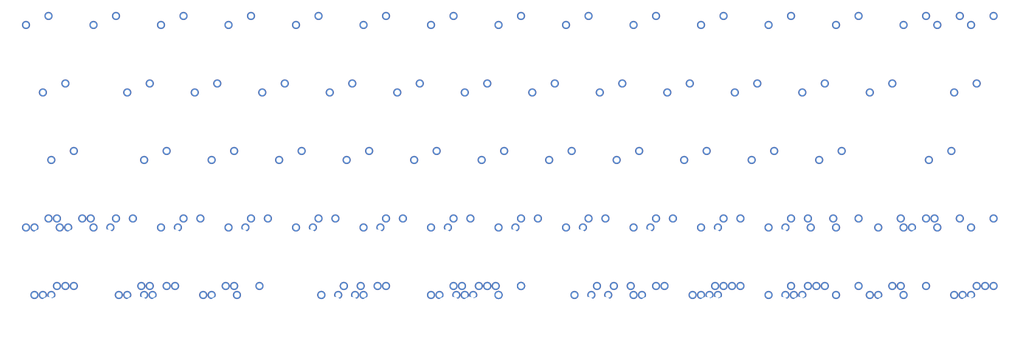
<source format=kicad_pcb>
(kicad_pcb (version 20211014) (generator kiutils)
  (layers (0 "F.Cu" signal) (31 "B.Cu" signal) (34 "B.Paste" user) (35 "F.Paste" user) (36 "B.SilkS" user "B.Silkscreen") (37 "F.SilkS" user "F.Silkscreen") (38 "B.Mask" user) (39 "F.Mask" user) (44 "Edge.Cuts" user))
  (net 0 "")
  (footprint "SW_MX_1u" (layer "F.Cu") (at 9.525 0.0 0)
    (fp_text reference "SW1" hide)
    (fp_text value "SW_MX_1u" hide)
    (pad "" np_thru_hole circle (at 5.08 0) (size 1.75 1.75) (drill 1.75) (layers *.Cu *.Mask))
    (pad "" np_thru_hole circle (at 0 0) (size 3.9878 3.9878) (drill 3.9878) (layers *.Cu *.Mask))
    (pad "" np_thru_hole circle (at -5.08 0) (size 1.75 1.75) (drill 1.75) (layers *.Cu *.Mask))
    (pad "1" thru_hole circle (at -3.81 -2.54) (size 2.3 2.3) (drill 1.524) (layers *.Cu "B.Mask"))
    (pad "2" thru_hole circle (at 2.54 -5.08) (size 2.3 2.3) (drill 1.524) (layers *.Cu "B.Mask"))
  )
  (footprint "SW_MX_1u" (layer "F.Cu") (at 28.575000000000003 0.0 0)
    (fp_text reference "SW2" hide)
    (fp_text value "SW_MX_1u" hide)
    (pad "" np_thru_hole circle (at 5.08 0) (size 1.75 1.75) (drill 1.75) (layers *.Cu *.Mask))
    (pad "" np_thru_hole circle (at 0 0) (size 3.9878 3.9878) (drill 3.9878) (layers *.Cu *.Mask))
    (pad "" np_thru_hole circle (at -5.08 0) (size 1.75 1.75) (drill 1.75) (layers *.Cu *.Mask))
    (pad "1" thru_hole circle (at -3.81 -2.54) (size 2.3 2.3) (drill 1.524) (layers *.Cu "B.Mask"))
    (pad "2" thru_hole circle (at 2.54 -5.08) (size 2.3 2.3) (drill 1.524) (layers *.Cu "B.Mask"))
  )
  (footprint "SW_MX_1u" (layer "F.Cu") (at 47.625 0.0 0)
    (fp_text reference "SW3" hide)
    (fp_text value "SW_MX_1u" hide)
    (pad "" np_thru_hole circle (at 5.08 0) (size 1.75 1.75) (drill 1.75) (layers *.Cu *.Mask))
    (pad "" np_thru_hole circle (at 0 0) (size 3.9878 3.9878) (drill 3.9878) (layers *.Cu *.Mask))
    (pad "" np_thru_hole circle (at -5.08 0) (size 1.75 1.75) (drill 1.75) (layers *.Cu *.Mask))
    (pad "1" thru_hole circle (at -3.81 -2.54) (size 2.3 2.3) (drill 1.524) (layers *.Cu "B.Mask"))
    (pad "2" thru_hole circle (at 2.54 -5.08) (size 2.3 2.3) (drill 1.524) (layers *.Cu "B.Mask"))
  )
  (footprint "SW_MX_1u" (layer "F.Cu") (at 66.67500000000001 0.0 0)
    (fp_text reference "SW4" hide)
    (fp_text value "SW_MX_1u" hide)
    (pad "" np_thru_hole circle (at 5.08 0) (size 1.75 1.75) (drill 1.75) (layers *.Cu *.Mask))
    (pad "" np_thru_hole circle (at 0 0) (size 3.9878 3.9878) (drill 3.9878) (layers *.Cu *.Mask))
    (pad "" np_thru_hole circle (at -5.08 0) (size 1.75 1.75) (drill 1.75) (layers *.Cu *.Mask))
    (pad "1" thru_hole circle (at -3.81 -2.54) (size 2.3 2.3) (drill 1.524) (layers *.Cu "B.Mask"))
    (pad "2" thru_hole circle (at 2.54 -5.08) (size 2.3 2.3) (drill 1.524) (layers *.Cu "B.Mask"))
  )
  (footprint "SW_MX_1u" (layer "F.Cu") (at 85.72500000000001 0.0 0)
    (fp_text reference "SW5" hide)
    (fp_text value "SW_MX_1u" hide)
    (pad "" np_thru_hole circle (at 5.08 0) (size 1.75 1.75) (drill 1.75) (layers *.Cu *.Mask))
    (pad "" np_thru_hole circle (at 0 0) (size 3.9878 3.9878) (drill 3.9878) (layers *.Cu *.Mask))
    (pad "" np_thru_hole circle (at -5.08 0) (size 1.75 1.75) (drill 1.75) (layers *.Cu *.Mask))
    (pad "1" thru_hole circle (at -3.81 -2.54) (size 2.3 2.3) (drill 1.524) (layers *.Cu "B.Mask"))
    (pad "2" thru_hole circle (at 2.54 -5.08) (size 2.3 2.3) (drill 1.524) (layers *.Cu "B.Mask"))
  )
  (footprint "SW_MX_1u" (layer "F.Cu") (at 104.775 0.0 0)
    (fp_text reference "SW6" hide)
    (fp_text value "SW_MX_1u" hide)
    (pad "" np_thru_hole circle (at 5.08 0) (size 1.75 1.75) (drill 1.75) (layers *.Cu *.Mask))
    (pad "" np_thru_hole circle (at 0 0) (size 3.9878 3.9878) (drill 3.9878) (layers *.Cu *.Mask))
    (pad "" np_thru_hole circle (at -5.08 0) (size 1.75 1.75) (drill 1.75) (layers *.Cu *.Mask))
    (pad "1" thru_hole circle (at -3.81 -2.54) (size 2.3 2.3) (drill 1.524) (layers *.Cu "B.Mask"))
    (pad "2" thru_hole circle (at 2.54 -5.08) (size 2.3 2.3) (drill 1.524) (layers *.Cu "B.Mask"))
  )
  (footprint "SW_MX_1u" (layer "F.Cu") (at 123.82500000000002 0.0 0)
    (fp_text reference "SW7" hide)
    (fp_text value "SW_MX_1u" hide)
    (pad "" np_thru_hole circle (at 5.08 0) (size 1.75 1.75) (drill 1.75) (layers *.Cu *.Mask))
    (pad "" np_thru_hole circle (at 0 0) (size 3.9878 3.9878) (drill 3.9878) (layers *.Cu *.Mask))
    (pad "" np_thru_hole circle (at -5.08 0) (size 1.75 1.75) (drill 1.75) (layers *.Cu *.Mask))
    (pad "1" thru_hole circle (at -3.81 -2.54) (size 2.3 2.3) (drill 1.524) (layers *.Cu "B.Mask"))
    (pad "2" thru_hole circle (at 2.54 -5.08) (size 2.3 2.3) (drill 1.524) (layers *.Cu "B.Mask"))
  )
  (footprint "SW_MX_1u" (layer "F.Cu") (at 142.875 0.0 0)
    (fp_text reference "SW8" hide)
    (fp_text value "SW_MX_1u" hide)
    (pad "" np_thru_hole circle (at 5.08 0) (size 1.75 1.75) (drill 1.75) (layers *.Cu *.Mask))
    (pad "" np_thru_hole circle (at 0 0) (size 3.9878 3.9878) (drill 3.9878) (layers *.Cu *.Mask))
    (pad "" np_thru_hole circle (at -5.08 0) (size 1.75 1.75) (drill 1.75) (layers *.Cu *.Mask))
    (pad "1" thru_hole circle (at -3.81 -2.54) (size 2.3 2.3) (drill 1.524) (layers *.Cu "B.Mask"))
    (pad "2" thru_hole circle (at 2.54 -5.08) (size 2.3 2.3) (drill 1.524) (layers *.Cu "B.Mask"))
  )
  (footprint "SW_MX_1u" (layer "F.Cu") (at 161.925 0.0 0)
    (fp_text reference "SW9" hide)
    (fp_text value "SW_MX_1u" hide)
    (pad "" np_thru_hole circle (at 5.08 0) (size 1.75 1.75) (drill 1.75) (layers *.Cu *.Mask))
    (pad "" np_thru_hole circle (at 0 0) (size 3.9878 3.9878) (drill 3.9878) (layers *.Cu *.Mask))
    (pad "" np_thru_hole circle (at -5.08 0) (size 1.75 1.75) (drill 1.75) (layers *.Cu *.Mask))
    (pad "1" thru_hole circle (at -3.81 -2.54) (size 2.3 2.3) (drill 1.524) (layers *.Cu "B.Mask"))
    (pad "2" thru_hole circle (at 2.54 -5.08) (size 2.3 2.3) (drill 1.524) (layers *.Cu "B.Mask"))
  )
  (footprint "SW_MX_1u" (layer "F.Cu") (at 180.97500000000002 0.0 0)
    (fp_text reference "SW10" hide)
    (fp_text value "SW_MX_1u" hide)
    (pad "" np_thru_hole circle (at 5.08 0) (size 1.75 1.75) (drill 1.75) (layers *.Cu *.Mask))
    (pad "" np_thru_hole circle (at 0 0) (size 3.9878 3.9878) (drill 3.9878) (layers *.Cu *.Mask))
    (pad "" np_thru_hole circle (at -5.08 0) (size 1.75 1.75) (drill 1.75) (layers *.Cu *.Mask))
    (pad "1" thru_hole circle (at -3.81 -2.54) (size 2.3 2.3) (drill 1.524) (layers *.Cu "B.Mask"))
    (pad "2" thru_hole circle (at 2.54 -5.08) (size 2.3 2.3) (drill 1.524) (layers *.Cu "B.Mask"))
  )
  (footprint "SW_MX_1u" (layer "F.Cu") (at 200.025 0.0 0)
    (fp_text reference "SW11" hide)
    (fp_text value "SW_MX_1u" hide)
    (pad "" np_thru_hole circle (at 5.08 0) (size 1.75 1.75) (drill 1.75) (layers *.Cu *.Mask))
    (pad "" np_thru_hole circle (at 0 0) (size 3.9878 3.9878) (drill 3.9878) (layers *.Cu *.Mask))
    (pad "" np_thru_hole circle (at -5.08 0) (size 1.75 1.75) (drill 1.75) (layers *.Cu *.Mask))
    (pad "1" thru_hole circle (at -3.81 -2.54) (size 2.3 2.3) (drill 1.524) (layers *.Cu "B.Mask"))
    (pad "2" thru_hole circle (at 2.54 -5.08) (size 2.3 2.3) (drill 1.524) (layers *.Cu "B.Mask"))
  )
  (footprint "SW_MX_1u" (layer "F.Cu") (at 219.07500000000002 0.0 0)
    (fp_text reference "SW12" hide)
    (fp_text value "SW_MX_1u" hide)
    (pad "" np_thru_hole circle (at 5.08 0) (size 1.75 1.75) (drill 1.75) (layers *.Cu *.Mask))
    (pad "" np_thru_hole circle (at 0 0) (size 3.9878 3.9878) (drill 3.9878) (layers *.Cu *.Mask))
    (pad "" np_thru_hole circle (at -5.08 0) (size 1.75 1.75) (drill 1.75) (layers *.Cu *.Mask))
    (pad "1" thru_hole circle (at -3.81 -2.54) (size 2.3 2.3) (drill 1.524) (layers *.Cu "B.Mask"))
    (pad "2" thru_hole circle (at 2.54 -5.08) (size 2.3 2.3) (drill 1.524) (layers *.Cu "B.Mask"))
  )
  (footprint "SW_MX_1u" (layer "F.Cu") (at 238.12500000000003 0.0 0)
    (fp_text reference "SW13" hide)
    (fp_text value "SW_MX_1u" hide)
    (pad "" np_thru_hole circle (at 5.08 0) (size 1.75 1.75) (drill 1.75) (layers *.Cu *.Mask))
    (pad "" np_thru_hole circle (at 0 0) (size 3.9878 3.9878) (drill 3.9878) (layers *.Cu *.Mask))
    (pad "" np_thru_hole circle (at -5.08 0) (size 1.75 1.75) (drill 1.75) (layers *.Cu *.Mask))
    (pad "1" thru_hole circle (at -3.81 -2.54) (size 2.3 2.3) (drill 1.524) (layers *.Cu "B.Mask"))
    (pad "2" thru_hole circle (at 2.54 -5.08) (size 2.3 2.3) (drill 1.524) (layers *.Cu "B.Mask"))
  )
  (footprint "SW_MX_1u" (layer "F.Cu") (at 266.7 0.0 0)
    (fp_text reference "SW14" hide)
    (fp_text value "SW_MX_1u" hide)
    (pad "" np_thru_hole circle (at 5.08 0) (size 1.75 1.75) (drill 1.75) (layers *.Cu *.Mask))
    (pad "" np_thru_hole circle (at 0 0) (size 3.9878 3.9878) (drill 3.9878) (layers *.Cu *.Mask))
    (pad "" np_thru_hole circle (at -5.08 0) (size 1.75 1.75) (drill 1.75) (layers *.Cu *.Mask))
    (pad "1" thru_hole circle (at -3.81 -2.54) (size 2.3 2.3) (drill 1.524) (layers *.Cu "B.Mask"))
    (pad "2" thru_hole circle (at 2.54 -5.08) (size 2.3 2.3) (drill 1.524) (layers *.Cu "B.Mask"))
  )
  (footprint "SW_MX_1u" (layer "F.Cu") (at 257.175 0.0 0)
    (fp_text reference "SW15" hide)
    (fp_text value "SW_MX_1u" hide)
    (pad "" np_thru_hole circle (at 5.08 0) (size 1.75 1.75) (drill 1.75) (layers *.Cu *.Mask))
    (pad "" np_thru_hole circle (at 0 0) (size 3.9878 3.9878) (drill 3.9878) (layers *.Cu *.Mask))
    (pad "" np_thru_hole circle (at -5.08 0) (size 1.75 1.75) (drill 1.75) (layers *.Cu *.Mask))
    (pad "1" thru_hole circle (at -3.81 -2.54) (size 2.3 2.3) (drill 1.524) (layers *.Cu "B.Mask"))
    (pad "2" thru_hole circle (at 2.54 -5.08) (size 2.3 2.3) (drill 1.524) (layers *.Cu "B.Mask"))
  )
  (footprint "SW_MX_1u" (layer "F.Cu") (at 276.22499999999997 0.0 0)
    (fp_text reference "SW16" hide)
    (fp_text value "SW_MX_1u" hide)
    (pad "" np_thru_hole circle (at 5.08 0) (size 1.75 1.75) (drill 1.75) (layers *.Cu *.Mask))
    (pad "" np_thru_hole circle (at 0 0) (size 3.9878 3.9878) (drill 3.9878) (layers *.Cu *.Mask))
    (pad "" np_thru_hole circle (at -5.08 0) (size 1.75 1.75) (drill 1.75) (layers *.Cu *.Mask))
    (pad "1" thru_hole circle (at -3.81 -2.54) (size 2.3 2.3) (drill 1.524) (layers *.Cu "B.Mask"))
    (pad "2" thru_hole circle (at 2.54 -5.08) (size 2.3 2.3) (drill 1.524) (layers *.Cu "B.Mask"))
  )
  (footprint "SW_MX_1.5u" (layer "F.Cu") (at 14.287500000000001 19.05 0)
    (fp_text reference "SW17" hide)
    (fp_text value "SW_MX_1.5u" hide)
    (pad "" np_thru_hole circle (at 5.08 0) (size 1.75 1.75) (drill 1.75) (layers *.Cu *.Mask))
    (pad "" np_thru_hole circle (at 0 0) (size 3.9878 3.9878) (drill 3.9878) (layers *.Cu *.Mask))
    (pad "" np_thru_hole circle (at -5.08 0) (size 1.75 1.75) (drill 1.75) (layers *.Cu *.Mask))
    (pad "1" thru_hole circle (at -3.81 -2.54) (size 2.3 2.3) (drill 1.524) (layers *.Cu "B.Mask"))
    (pad "2" thru_hole circle (at 2.54 -5.08) (size 2.3 2.3) (drill 1.524) (layers *.Cu "B.Mask"))
  )
  (footprint "SW_MX_1u" (layer "F.Cu") (at 38.1 19.05 0)
    (fp_text reference "SW18" hide)
    (fp_text value "SW_MX_1u" hide)
    (pad "" np_thru_hole circle (at 5.08 0) (size 1.75 1.75) (drill 1.75) (layers *.Cu *.Mask))
    (pad "" np_thru_hole circle (at 0 0) (size 3.9878 3.9878) (drill 3.9878) (layers *.Cu *.Mask))
    (pad "" np_thru_hole circle (at -5.08 0) (size 1.75 1.75) (drill 1.75) (layers *.Cu *.Mask))
    (pad "1" thru_hole circle (at -3.81 -2.54) (size 2.3 2.3) (drill 1.524) (layers *.Cu "B.Mask"))
    (pad "2" thru_hole circle (at 2.54 -5.08) (size 2.3 2.3) (drill 1.524) (layers *.Cu "B.Mask"))
  )
  (footprint "SW_MX_1u" (layer "F.Cu") (at 57.15 19.05 0)
    (fp_text reference "SW19" hide)
    (fp_text value "SW_MX_1u" hide)
    (pad "" np_thru_hole circle (at 5.08 0) (size 1.75 1.75) (drill 1.75) (layers *.Cu *.Mask))
    (pad "" np_thru_hole circle (at 0 0) (size 3.9878 3.9878) (drill 3.9878) (layers *.Cu *.Mask))
    (pad "" np_thru_hole circle (at -5.08 0) (size 1.75 1.75) (drill 1.75) (layers *.Cu *.Mask))
    (pad "1" thru_hole circle (at -3.81 -2.54) (size 2.3 2.3) (drill 1.524) (layers *.Cu "B.Mask"))
    (pad "2" thru_hole circle (at 2.54 -5.08) (size 2.3 2.3) (drill 1.524) (layers *.Cu "B.Mask"))
  )
  (footprint "SW_MX_1u" (layer "F.Cu") (at 76.2 19.05 0)
    (fp_text reference "SW20" hide)
    (fp_text value "SW_MX_1u" hide)
    (pad "" np_thru_hole circle (at 5.08 0) (size 1.75 1.75) (drill 1.75) (layers *.Cu *.Mask))
    (pad "" np_thru_hole circle (at 0 0) (size 3.9878 3.9878) (drill 3.9878) (layers *.Cu *.Mask))
    (pad "" np_thru_hole circle (at -5.08 0) (size 1.75 1.75) (drill 1.75) (layers *.Cu *.Mask))
    (pad "1" thru_hole circle (at -3.81 -2.54) (size 2.3 2.3) (drill 1.524) (layers *.Cu "B.Mask"))
    (pad "2" thru_hole circle (at 2.54 -5.08) (size 2.3 2.3) (drill 1.524) (layers *.Cu "B.Mask"))
  )
  (footprint "SW_MX_1u" (layer "F.Cu") (at 95.25000000000001 19.05 0)
    (fp_text reference "SW21" hide)
    (fp_text value "SW_MX_1u" hide)
    (pad "" np_thru_hole circle (at 5.08 0) (size 1.75 1.75) (drill 1.75) (layers *.Cu *.Mask))
    (pad "" np_thru_hole circle (at 0 0) (size 3.9878 3.9878) (drill 3.9878) (layers *.Cu *.Mask))
    (pad "" np_thru_hole circle (at -5.08 0) (size 1.75 1.75) (drill 1.75) (layers *.Cu *.Mask))
    (pad "1" thru_hole circle (at -3.81 -2.54) (size 2.3 2.3) (drill 1.524) (layers *.Cu "B.Mask"))
    (pad "2" thru_hole circle (at 2.54 -5.08) (size 2.3 2.3) (drill 1.524) (layers *.Cu "B.Mask"))
  )
  (footprint "SW_MX_1u" (layer "F.Cu") (at 114.30000000000001 19.05 0)
    (fp_text reference "SW22" hide)
    (fp_text value "SW_MX_1u" hide)
    (pad "" np_thru_hole circle (at 5.08 0) (size 1.75 1.75) (drill 1.75) (layers *.Cu *.Mask))
    (pad "" np_thru_hole circle (at 0 0) (size 3.9878 3.9878) (drill 3.9878) (layers *.Cu *.Mask))
    (pad "" np_thru_hole circle (at -5.08 0) (size 1.75 1.75) (drill 1.75) (layers *.Cu *.Mask))
    (pad "1" thru_hole circle (at -3.81 -2.54) (size 2.3 2.3) (drill 1.524) (layers *.Cu "B.Mask"))
    (pad "2" thru_hole circle (at 2.54 -5.08) (size 2.3 2.3) (drill 1.524) (layers *.Cu "B.Mask"))
  )
  (footprint "SW_MX_1u" (layer "F.Cu") (at 133.35 19.05 0)
    (fp_text reference "SW23" hide)
    (fp_text value "SW_MX_1u" hide)
    (pad "" np_thru_hole circle (at 5.08 0) (size 1.75 1.75) (drill 1.75) (layers *.Cu *.Mask))
    (pad "" np_thru_hole circle (at 0 0) (size 3.9878 3.9878) (drill 3.9878) (layers *.Cu *.Mask))
    (pad "" np_thru_hole circle (at -5.08 0) (size 1.75 1.75) (drill 1.75) (layers *.Cu *.Mask))
    (pad "1" thru_hole circle (at -3.81 -2.54) (size 2.3 2.3) (drill 1.524) (layers *.Cu "B.Mask"))
    (pad "2" thru_hole circle (at 2.54 -5.08) (size 2.3 2.3) (drill 1.524) (layers *.Cu "B.Mask"))
  )
  (footprint "SW_MX_1u" (layer "F.Cu") (at 152.4 19.05 0)
    (fp_text reference "SW24" hide)
    (fp_text value "SW_MX_1u" hide)
    (pad "" np_thru_hole circle (at 5.08 0) (size 1.75 1.75) (drill 1.75) (layers *.Cu *.Mask))
    (pad "" np_thru_hole circle (at 0 0) (size 3.9878 3.9878) (drill 3.9878) (layers *.Cu *.Mask))
    (pad "" np_thru_hole circle (at -5.08 0) (size 1.75 1.75) (drill 1.75) (layers *.Cu *.Mask))
    (pad "1" thru_hole circle (at -3.81 -2.54) (size 2.3 2.3) (drill 1.524) (layers *.Cu "B.Mask"))
    (pad "2" thru_hole circle (at 2.54 -5.08) (size 2.3 2.3) (drill 1.524) (layers *.Cu "B.Mask"))
  )
  (footprint "SW_MX_1u" (layer "F.Cu") (at 171.45000000000002 19.05 0)
    (fp_text reference "SW25" hide)
    (fp_text value "SW_MX_1u" hide)
    (pad "" np_thru_hole circle (at 5.08 0) (size 1.75 1.75) (drill 1.75) (layers *.Cu *.Mask))
    (pad "" np_thru_hole circle (at 0 0) (size 3.9878 3.9878) (drill 3.9878) (layers *.Cu *.Mask))
    (pad "" np_thru_hole circle (at -5.08 0) (size 1.75 1.75) (drill 1.75) (layers *.Cu *.Mask))
    (pad "1" thru_hole circle (at -3.81 -2.54) (size 2.3 2.3) (drill 1.524) (layers *.Cu "B.Mask"))
    (pad "2" thru_hole circle (at 2.54 -5.08) (size 2.3 2.3) (drill 1.524) (layers *.Cu "B.Mask"))
  )
  (footprint "SW_MX_1u" (layer "F.Cu") (at 190.5 19.05 0)
    (fp_text reference "SW26" hide)
    (fp_text value "SW_MX_1u" hide)
    (pad "" np_thru_hole circle (at 5.08 0) (size 1.75 1.75) (drill 1.75) (layers *.Cu *.Mask))
    (pad "" np_thru_hole circle (at 0 0) (size 3.9878 3.9878) (drill 3.9878) (layers *.Cu *.Mask))
    (pad "" np_thru_hole circle (at -5.08 0) (size 1.75 1.75) (drill 1.75) (layers *.Cu *.Mask))
    (pad "1" thru_hole circle (at -3.81 -2.54) (size 2.3 2.3) (drill 1.524) (layers *.Cu "B.Mask"))
    (pad "2" thru_hole circle (at 2.54 -5.08) (size 2.3 2.3) (drill 1.524) (layers *.Cu "B.Mask"))
  )
  (footprint "SW_MX_1u" (layer "F.Cu") (at 209.55 19.05 0)
    (fp_text reference "SW27" hide)
    (fp_text value "SW_MX_1u" hide)
    (pad "" np_thru_hole circle (at 5.08 0) (size 1.75 1.75) (drill 1.75) (layers *.Cu *.Mask))
    (pad "" np_thru_hole circle (at 0 0) (size 3.9878 3.9878) (drill 3.9878) (layers *.Cu *.Mask))
    (pad "" np_thru_hole circle (at -5.08 0) (size 1.75 1.75) (drill 1.75) (layers *.Cu *.Mask))
    (pad "1" thru_hole circle (at -3.81 -2.54) (size 2.3 2.3) (drill 1.524) (layers *.Cu "B.Mask"))
    (pad "2" thru_hole circle (at 2.54 -5.08) (size 2.3 2.3) (drill 1.524) (layers *.Cu "B.Mask"))
  )
  (footprint "SW_MX_1u" (layer "F.Cu") (at 228.60000000000002 19.05 0)
    (fp_text reference "SW28" hide)
    (fp_text value "SW_MX_1u" hide)
    (pad "" np_thru_hole circle (at 5.08 0) (size 1.75 1.75) (drill 1.75) (layers *.Cu *.Mask))
    (pad "" np_thru_hole circle (at 0 0) (size 3.9878 3.9878) (drill 3.9878) (layers *.Cu *.Mask))
    (pad "" np_thru_hole circle (at -5.08 0) (size 1.75 1.75) (drill 1.75) (layers *.Cu *.Mask))
    (pad "1" thru_hole circle (at -3.81 -2.54) (size 2.3 2.3) (drill 1.524) (layers *.Cu "B.Mask"))
    (pad "2" thru_hole circle (at 2.54 -5.08) (size 2.3 2.3) (drill 1.524) (layers *.Cu "B.Mask"))
  )
  (footprint "SW_MX_1u" (layer "F.Cu") (at 247.65 19.05 0)
    (fp_text reference "SW29" hide)
    (fp_text value "SW_MX_1u" hide)
    (pad "" np_thru_hole circle (at 5.08 0) (size 1.75 1.75) (drill 1.75) (layers *.Cu *.Mask))
    (pad "" np_thru_hole circle (at 0 0) (size 3.9878 3.9878) (drill 3.9878) (layers *.Cu *.Mask))
    (pad "" np_thru_hole circle (at -5.08 0) (size 1.75 1.75) (drill 1.75) (layers *.Cu *.Mask))
    (pad "1" thru_hole circle (at -3.81 -2.54) (size 2.3 2.3) (drill 1.524) (layers *.Cu "B.Mask"))
    (pad "2" thru_hole circle (at 2.54 -5.08) (size 2.3 2.3) (drill 1.524) (layers *.Cu "B.Mask"))
  )
  (footprint "SW_MX_1.5u" (layer "F.Cu") (at 271.46250000000003 19.05 0)
    (fp_text reference "SW30" hide)
    (fp_text value "SW_MX_1.5u" hide)
    (pad "" np_thru_hole circle (at 5.08 0) (size 1.75 1.75) (drill 1.75) (layers *.Cu *.Mask))
    (pad "" np_thru_hole circle (at 0 0) (size 3.9878 3.9878) (drill 3.9878) (layers *.Cu *.Mask))
    (pad "" np_thru_hole circle (at -5.08 0) (size 1.75 1.75) (drill 1.75) (layers *.Cu *.Mask))
    (pad "1" thru_hole circle (at -3.81 -2.54) (size 2.3 2.3) (drill 1.524) (layers *.Cu "B.Mask"))
    (pad "2" thru_hole circle (at 2.54 -5.08) (size 2.3 2.3) (drill 1.524) (layers *.Cu "B.Mask"))
  )
  (footprint "SW_MX_1.75u" (layer "F.Cu") (at 16.66875 38.1 0)
    (fp_text reference "SW31" hide)
    (fp_text value "SW_MX_1.75u" hide)
    (pad "" np_thru_hole circle (at -5.08 0) (size 1.75 1.75) (drill 1.75) (layers *.Cu *.Mask))
    (pad "" np_thru_hole circle (at 0 0) (size 3.9878 3.9878) (drill 3.9878) (layers *.Cu *.Mask))
    (pad "" np_thru_hole circle (at 5.08 0) (size 1.75 1.75) (drill 1.75) (layers *.Cu *.Mask))
    (pad "1" thru_hole circle (at -3.81 -2.54) (size 2.3 2.3) (drill 1.524) (layers *.Cu "B.Mask"))
    (pad "2" thru_hole circle (at 2.54 -5.08) (size 2.3 2.3) (drill 1.524) (layers *.Cu "B.Mask"))
  )
  (footprint "SW_MX_1u" (layer "F.Cu") (at 42.8625 38.1 0)
    (fp_text reference "SW32" hide)
    (fp_text value "SW_MX_1u" hide)
    (pad "" np_thru_hole circle (at 5.08 0) (size 1.75 1.75) (drill 1.75) (layers *.Cu *.Mask))
    (pad "" np_thru_hole circle (at 0 0) (size 3.9878 3.9878) (drill 3.9878) (layers *.Cu *.Mask))
    (pad "" np_thru_hole circle (at -5.08 0) (size 1.75 1.75) (drill 1.75) (layers *.Cu *.Mask))
    (pad "1" thru_hole circle (at -3.81 -2.54) (size 2.3 2.3) (drill 1.524) (layers *.Cu "B.Mask"))
    (pad "2" thru_hole circle (at 2.54 -5.08) (size 2.3 2.3) (drill 1.524) (layers *.Cu "B.Mask"))
  )
  (footprint "SW_MX_1u" (layer "F.Cu") (at 61.9125 38.1 0)
    (fp_text reference "SW33" hide)
    (fp_text value "SW_MX_1u" hide)
    (pad "" np_thru_hole circle (at 5.08 0) (size 1.75 1.75) (drill 1.75) (layers *.Cu *.Mask))
    (pad "" np_thru_hole circle (at 0 0) (size 3.9878 3.9878) (drill 3.9878) (layers *.Cu *.Mask))
    (pad "" np_thru_hole circle (at -5.08 0) (size 1.75 1.75) (drill 1.75) (layers *.Cu *.Mask))
    (pad "1" thru_hole circle (at -3.81 -2.54) (size 2.3 2.3) (drill 1.524) (layers *.Cu "B.Mask"))
    (pad "2" thru_hole circle (at 2.54 -5.08) (size 2.3 2.3) (drill 1.524) (layers *.Cu "B.Mask"))
  )
  (footprint "SW_MX_1u" (layer "F.Cu") (at 80.9625 38.1 0)
    (fp_text reference "SW34" hide)
    (fp_text value "SW_MX_1u" hide)
    (pad "" np_thru_hole circle (at 5.08 0) (size 1.75 1.75) (drill 1.75) (layers *.Cu *.Mask))
    (pad "" np_thru_hole circle (at 0 0) (size 3.9878 3.9878) (drill 3.9878) (layers *.Cu *.Mask))
    (pad "" np_thru_hole circle (at -5.08 0) (size 1.75 1.75) (drill 1.75) (layers *.Cu *.Mask))
    (pad "1" thru_hole circle (at -3.81 -2.54) (size 2.3 2.3) (drill 1.524) (layers *.Cu "B.Mask"))
    (pad "2" thru_hole circle (at 2.54 -5.08) (size 2.3 2.3) (drill 1.524) (layers *.Cu "B.Mask"))
  )
  (footprint "SW_MX_1u" (layer "F.Cu") (at 100.0125 38.1 0)
    (fp_text reference "SW35" hide)
    (fp_text value "SW_MX_1u" hide)
    (pad "" np_thru_hole circle (at 5.08 0) (size 1.75 1.75) (drill 1.75) (layers *.Cu *.Mask))
    (pad "" np_thru_hole circle (at 0 0) (size 3.9878 3.9878) (drill 3.9878) (layers *.Cu *.Mask))
    (pad "" np_thru_hole circle (at -5.08 0) (size 1.75 1.75) (drill 1.75) (layers *.Cu *.Mask))
    (pad "1" thru_hole circle (at -3.81 -2.54) (size 2.3 2.3) (drill 1.524) (layers *.Cu "B.Mask"))
    (pad "2" thru_hole circle (at 2.54 -5.08) (size 2.3 2.3) (drill 1.524) (layers *.Cu "B.Mask"))
  )
  (footprint "SW_MX_1u" (layer "F.Cu") (at 119.06250000000001 38.1 0)
    (fp_text reference "SW36" hide)
    (fp_text value "SW_MX_1u" hide)
    (pad "" np_thru_hole circle (at 5.08 0) (size 1.75 1.75) (drill 1.75) (layers *.Cu *.Mask))
    (pad "" np_thru_hole circle (at 0 0) (size 3.9878 3.9878) (drill 3.9878) (layers *.Cu *.Mask))
    (pad "" np_thru_hole circle (at -5.08 0) (size 1.75 1.75) (drill 1.75) (layers *.Cu *.Mask))
    (pad "1" thru_hole circle (at -3.81 -2.54) (size 2.3 2.3) (drill 1.524) (layers *.Cu "B.Mask"))
    (pad "2" thru_hole circle (at 2.54 -5.08) (size 2.3 2.3) (drill 1.524) (layers *.Cu "B.Mask"))
  )
  (footprint "SW_MX_1u" (layer "F.Cu") (at 138.1125 38.1 0)
    (fp_text reference "SW37" hide)
    (fp_text value "SW_MX_1u" hide)
    (pad "" np_thru_hole circle (at 5.08 0) (size 1.75 1.75) (drill 1.75) (layers *.Cu *.Mask))
    (pad "" np_thru_hole circle (at 0 0) (size 3.9878 3.9878) (drill 3.9878) (layers *.Cu *.Mask))
    (pad "" np_thru_hole circle (at -5.08 0) (size 1.75 1.75) (drill 1.75) (layers *.Cu *.Mask))
    (pad "1" thru_hole circle (at -3.81 -2.54) (size 2.3 2.3) (drill 1.524) (layers *.Cu "B.Mask"))
    (pad "2" thru_hole circle (at 2.54 -5.08) (size 2.3 2.3) (drill 1.524) (layers *.Cu "B.Mask"))
  )
  (footprint "SW_MX_1u" (layer "F.Cu") (at 157.16250000000002 38.1 0)
    (fp_text reference "SW38" hide)
    (fp_text value "SW_MX_1u" hide)
    (pad "" np_thru_hole circle (at 5.08 0) (size 1.75 1.75) (drill 1.75) (layers *.Cu *.Mask))
    (pad "" np_thru_hole circle (at 0 0) (size 3.9878 3.9878) (drill 3.9878) (layers *.Cu *.Mask))
    (pad "" np_thru_hole circle (at -5.08 0) (size 1.75 1.75) (drill 1.75) (layers *.Cu *.Mask))
    (pad "1" thru_hole circle (at -3.81 -2.54) (size 2.3 2.3) (drill 1.524) (layers *.Cu "B.Mask"))
    (pad "2" thru_hole circle (at 2.54 -5.08) (size 2.3 2.3) (drill 1.524) (layers *.Cu "B.Mask"))
  )
  (footprint "SW_MX_1u" (layer "F.Cu") (at 176.2125 38.1 0)
    (fp_text reference "SW39" hide)
    (fp_text value "SW_MX_1u" hide)
    (pad "" np_thru_hole circle (at 5.08 0) (size 1.75 1.75) (drill 1.75) (layers *.Cu *.Mask))
    (pad "" np_thru_hole circle (at 0 0) (size 3.9878 3.9878) (drill 3.9878) (layers *.Cu *.Mask))
    (pad "" np_thru_hole circle (at -5.08 0) (size 1.75 1.75) (drill 1.75) (layers *.Cu *.Mask))
    (pad "1" thru_hole circle (at -3.81 -2.54) (size 2.3 2.3) (drill 1.524) (layers *.Cu "B.Mask"))
    (pad "2" thru_hole circle (at 2.54 -5.08) (size 2.3 2.3) (drill 1.524) (layers *.Cu "B.Mask"))
  )
  (footprint "SW_MX_1u" (layer "F.Cu") (at 195.26250000000002 38.1 0)
    (fp_text reference "SW40" hide)
    (fp_text value "SW_MX_1u" hide)
    (pad "" np_thru_hole circle (at 5.08 0) (size 1.75 1.75) (drill 1.75) (layers *.Cu *.Mask))
    (pad "" np_thru_hole circle (at 0 0) (size 3.9878 3.9878) (drill 3.9878) (layers *.Cu *.Mask))
    (pad "" np_thru_hole circle (at -5.08 0) (size 1.75 1.75) (drill 1.75) (layers *.Cu *.Mask))
    (pad "1" thru_hole circle (at -3.81 -2.54) (size 2.3 2.3) (drill 1.524) (layers *.Cu "B.Mask"))
    (pad "2" thru_hole circle (at 2.54 -5.08) (size 2.3 2.3) (drill 1.524) (layers *.Cu "B.Mask"))
  )
  (footprint "SW_MX_1u" (layer "F.Cu") (at 214.3125 38.1 0)
    (fp_text reference "SW41" hide)
    (fp_text value "SW_MX_1u" hide)
    (pad "" np_thru_hole circle (at 5.08 0) (size 1.75 1.75) (drill 1.75) (layers *.Cu *.Mask))
    (pad "" np_thru_hole circle (at 0 0) (size 3.9878 3.9878) (drill 3.9878) (layers *.Cu *.Mask))
    (pad "" np_thru_hole circle (at -5.08 0) (size 1.75 1.75) (drill 1.75) (layers *.Cu *.Mask))
    (pad "1" thru_hole circle (at -3.81 -2.54) (size 2.3 2.3) (drill 1.524) (layers *.Cu "B.Mask"))
    (pad "2" thru_hole circle (at 2.54 -5.08) (size 2.3 2.3) (drill 1.524) (layers *.Cu "B.Mask"))
  )
  (footprint "SW_MX_1u" (layer "F.Cu") (at 233.3625 38.1 0)
    (fp_text reference "SW42" hide)
    (fp_text value "SW_MX_1u" hide)
    (pad "" np_thru_hole circle (at 5.08 0) (size 1.75 1.75) (drill 1.75) (layers *.Cu *.Mask))
    (pad "" np_thru_hole circle (at 0 0) (size 3.9878 3.9878) (drill 3.9878) (layers *.Cu *.Mask))
    (pad "" np_thru_hole circle (at -5.08 0) (size 1.75 1.75) (drill 1.75) (layers *.Cu *.Mask))
    (pad "1" thru_hole circle (at -3.81 -2.54) (size 2.3 2.3) (drill 1.524) (layers *.Cu "B.Mask"))
    (pad "2" thru_hole circle (at 2.54 -5.08) (size 2.3 2.3) (drill 1.524) (layers *.Cu "B.Mask"))
  )
  (footprint "SW_MX_1u" (layer "F.Cu") (at 264.31875 38.1 0)
    (fp_text reference "SW43" hide)
    (fp_text value "SW_MX_1u" hide)
    (pad "" np_thru_hole circle (at 5.08 0) (size 1.75 1.75) (drill 1.75) (layers *.Cu *.Mask))
    (pad "" np_thru_hole circle (at 0 0) (size 3.9878 3.9878) (drill 3.9878) (layers *.Cu *.Mask))
    (pad "" np_thru_hole circle (at -5.08 0) (size 1.75 1.75) (drill 1.75) (layers *.Cu *.Mask))
    (pad "1" thru_hole circle (at -3.81 -2.54) (size 2.3 2.3) (drill 1.524) (layers *.Cu "B.Mask"))
    (pad "2" thru_hole circle (at 2.54 -5.08) (size 2.3 2.3) (drill 1.524) (layers *.Cu "B.Mask"))
  )
  (footprint "SW_MX_1.25u" (layer "F.Cu") (at 11.90625 57.150000000000006 0)
    (fp_text reference "SW44" hide)
    (fp_text value "SW_MX_1.25u" hide)
    (pad "" np_thru_hole circle (at 5.08 0) (size 1.75 1.75) (drill 1.75) (layers *.Cu *.Mask))
    (pad "" np_thru_hole circle (at 0 0) (size 3.9878 3.9878) (drill 3.9878) (layers *.Cu *.Mask))
    (pad "" np_thru_hole circle (at -5.08 0) (size 1.75 1.75) (drill 1.75) (layers *.Cu *.Mask))
    (pad "1" thru_hole circle (at -3.81 -2.54) (size 2.3 2.3) (drill 1.524) (layers *.Cu "B.Mask"))
    (pad "2" thru_hole circle (at 2.54 -5.08) (size 2.3 2.3) (drill 1.524) (layers *.Cu "B.Mask"))
  )
  (footprint "SW_MX_1u" (layer "F.Cu") (at 21.431250000000002 57.150000000000006 0)
    (fp_text reference "SW45" hide)
    (fp_text value "SW_MX_1u" hide)
    (pad "" np_thru_hole circle (at 5.08 0) (size 1.75 1.75) (drill 1.75) (layers *.Cu *.Mask))
    (pad "" np_thru_hole circle (at 0 0) (size 3.9878 3.9878) (drill 3.9878) (layers *.Cu *.Mask))
    (pad "" np_thru_hole circle (at -5.08 0) (size 1.75 1.75) (drill 1.75) (layers *.Cu *.Mask))
    (pad "1" thru_hole circle (at -3.81 -2.54) (size 2.3 2.3) (drill 1.524) (layers *.Cu "B.Mask"))
    (pad "2" thru_hole circle (at 2.54 -5.08) (size 2.3 2.3) (drill 1.524) (layers *.Cu "B.Mask"))
  )
  (footprint "SW_MX_1u" (layer "F.Cu") (at 9.525 57.150000000000006 0)
    (fp_text reference "SW46" hide)
    (fp_text value "SW_MX_1u" hide)
    (pad "" np_thru_hole circle (at 5.08 0) (size 1.75 1.75) (drill 1.75) (layers *.Cu *.Mask))
    (pad "" np_thru_hole circle (at 0 0) (size 3.9878 3.9878) (drill 3.9878) (layers *.Cu *.Mask))
    (pad "" np_thru_hole circle (at -5.08 0) (size 1.75 1.75) (drill 1.75) (layers *.Cu *.Mask))
    (pad "1" thru_hole circle (at -3.81 -2.54) (size 2.3 2.3) (drill 1.524) (layers *.Cu "B.Mask"))
    (pad "2" thru_hole circle (at 2.54 -5.08) (size 2.3 2.3) (drill 1.524) (layers *.Cu "B.Mask"))
  )
  (footprint "SW_MX_1u" (layer "F.Cu") (at 19.05 57.150000000000006 0)
    (fp_text reference "SW47" hide)
    (fp_text value "SW_MX_1u" hide)
    (pad "" np_thru_hole circle (at 5.08 0) (size 1.75 1.75) (drill 1.75) (layers *.Cu *.Mask))
    (pad "" np_thru_hole circle (at 0 0) (size 3.9878 3.9878) (drill 3.9878) (layers *.Cu *.Mask))
    (pad "" np_thru_hole circle (at -5.08 0) (size 1.75 1.75) (drill 1.75) (layers *.Cu *.Mask))
    (pad "1" thru_hole circle (at -3.81 -2.54) (size 2.3 2.3) (drill 1.524) (layers *.Cu "B.Mask"))
    (pad "2" thru_hole circle (at 2.54 -5.08) (size 2.3 2.3) (drill 1.524) (layers *.Cu "B.Mask"))
  )
  (footprint "SW_MX_1u" (layer "F.Cu") (at 28.575000000000003 57.150000000000006 0)
    (fp_text reference "SW48" hide)
    (fp_text value "SW_MX_1u" hide)
    (pad "" np_thru_hole circle (at 5.08 0) (size 1.75 1.75) (drill 1.75) (layers *.Cu *.Mask))
    (pad "" np_thru_hole circle (at 0 0) (size 3.9878 3.9878) (drill 3.9878) (layers *.Cu *.Mask))
    (pad "" np_thru_hole circle (at -5.08 0) (size 1.75 1.75) (drill 1.75) (layers *.Cu *.Mask))
    (pad "1" thru_hole circle (at -3.81 -2.54) (size 2.3 2.3) (drill 1.524) (layers *.Cu "B.Mask"))
    (pad "2" thru_hole circle (at 2.54 -5.08) (size 2.3 2.3) (drill 1.524) (layers *.Cu "B.Mask"))
  )
  (footprint "SW_MX_1u" (layer "F.Cu") (at 33.3375 57.150000000000006 0)
    (fp_text reference "SW49" hide)
    (fp_text value "SW_MX_1u" hide)
    (pad "" np_thru_hole circle (at 5.08 0) (size 1.75 1.75) (drill 1.75) (layers *.Cu *.Mask))
    (pad "" np_thru_hole circle (at 0 0) (size 3.9878 3.9878) (drill 3.9878) (layers *.Cu *.Mask))
    (pad "" np_thru_hole circle (at -5.08 0) (size 1.75 1.75) (drill 1.75) (layers *.Cu *.Mask))
    (pad "1" thru_hole circle (at -3.81 -2.54) (size 2.3 2.3) (drill 1.524) (layers *.Cu "B.Mask"))
    (pad "2" thru_hole circle (at 2.54 -5.08) (size 2.3 2.3) (drill 1.524) (layers *.Cu "B.Mask"))
  )
  (footprint "SW_MX_1u" (layer "F.Cu") (at 47.625 57.150000000000006 0)
    (fp_text reference "SW50" hide)
    (fp_text value "SW_MX_1u" hide)
    (pad "" np_thru_hole circle (at 5.08 0) (size 1.75 1.75) (drill 1.75) (layers *.Cu *.Mask))
    (pad "" np_thru_hole circle (at 0 0) (size 3.9878 3.9878) (drill 3.9878) (layers *.Cu *.Mask))
    (pad "" np_thru_hole circle (at -5.08 0) (size 1.75 1.75) (drill 1.75) (layers *.Cu *.Mask))
    (pad "1" thru_hole circle (at -3.81 -2.54) (size 2.3 2.3) (drill 1.524) (layers *.Cu "B.Mask"))
    (pad "2" thru_hole circle (at 2.54 -5.08) (size 2.3 2.3) (drill 1.524) (layers *.Cu "B.Mask"))
  )
  (footprint "SW_MX_1u" (layer "F.Cu") (at 52.3875 57.150000000000006 0)
    (fp_text reference "SW51" hide)
    (fp_text value "SW_MX_1u" hide)
    (pad "" np_thru_hole circle (at 5.08 0) (size 1.75 1.75) (drill 1.75) (layers *.Cu *.Mask))
    (pad "" np_thru_hole circle (at 0 0) (size 3.9878 3.9878) (drill 3.9878) (layers *.Cu *.Mask))
    (pad "" np_thru_hole circle (at -5.08 0) (size 1.75 1.75) (drill 1.75) (layers *.Cu *.Mask))
    (pad "1" thru_hole circle (at -3.81 -2.54) (size 2.3 2.3) (drill 1.524) (layers *.Cu "B.Mask"))
    (pad "2" thru_hole circle (at 2.54 -5.08) (size 2.3 2.3) (drill 1.524) (layers *.Cu "B.Mask"))
  )
  (footprint "SW_MX_1u" (layer "F.Cu") (at 66.67500000000001 57.150000000000006 0)
    (fp_text reference "SW52" hide)
    (fp_text value "SW_MX_1u" hide)
    (pad "" np_thru_hole circle (at 5.08 0) (size 1.75 1.75) (drill 1.75) (layers *.Cu *.Mask))
    (pad "" np_thru_hole circle (at 0 0) (size 3.9878 3.9878) (drill 3.9878) (layers *.Cu *.Mask))
    (pad "" np_thru_hole circle (at -5.08 0) (size 1.75 1.75) (drill 1.75) (layers *.Cu *.Mask))
    (pad "1" thru_hole circle (at -3.81 -2.54) (size 2.3 2.3) (drill 1.524) (layers *.Cu "B.Mask"))
    (pad "2" thru_hole circle (at 2.54 -5.08) (size 2.3 2.3) (drill 1.524) (layers *.Cu "B.Mask"))
  )
  (footprint "SW_MX_1u" (layer "F.Cu") (at 71.4375 57.150000000000006 0)
    (fp_text reference "SW53" hide)
    (fp_text value "SW_MX_1u" hide)
    (pad "" np_thru_hole circle (at 5.08 0) (size 1.75 1.75) (drill 1.75) (layers *.Cu *.Mask))
    (pad "" np_thru_hole circle (at 0 0) (size 3.9878 3.9878) (drill 3.9878) (layers *.Cu *.Mask))
    (pad "" np_thru_hole circle (at -5.08 0) (size 1.75 1.75) (drill 1.75) (layers *.Cu *.Mask))
    (pad "1" thru_hole circle (at -3.81 -2.54) (size 2.3 2.3) (drill 1.524) (layers *.Cu "B.Mask"))
    (pad "2" thru_hole circle (at 2.54 -5.08) (size 2.3 2.3) (drill 1.524) (layers *.Cu "B.Mask"))
  )
  (footprint "SW_MX_1u" (layer "F.Cu") (at 85.72500000000001 57.150000000000006 0)
    (fp_text reference "SW54" hide)
    (fp_text value "SW_MX_1u" hide)
    (pad "" np_thru_hole circle (at 5.08 0) (size 1.75 1.75) (drill 1.75) (layers *.Cu *.Mask))
    (pad "" np_thru_hole circle (at 0 0) (size 3.9878 3.9878) (drill 3.9878) (layers *.Cu *.Mask))
    (pad "" np_thru_hole circle (at -5.08 0) (size 1.75 1.75) (drill 1.75) (layers *.Cu *.Mask))
    (pad "1" thru_hole circle (at -3.81 -2.54) (size 2.3 2.3) (drill 1.524) (layers *.Cu "B.Mask"))
    (pad "2" thru_hole circle (at 2.54 -5.08) (size 2.3 2.3) (drill 1.524) (layers *.Cu "B.Mask"))
  )
  (footprint "SW_MX_1u" (layer "F.Cu") (at 90.48750000000001 57.150000000000006 0)
    (fp_text reference "SW55" hide)
    (fp_text value "SW_MX_1u" hide)
    (pad "" np_thru_hole circle (at 5.08 0) (size 1.75 1.75) (drill 1.75) (layers *.Cu *.Mask))
    (pad "" np_thru_hole circle (at 0 0) (size 3.9878 3.9878) (drill 3.9878) (layers *.Cu *.Mask))
    (pad "" np_thru_hole circle (at -5.08 0) (size 1.75 1.75) (drill 1.75) (layers *.Cu *.Mask))
    (pad "1" thru_hole circle (at -3.81 -2.54) (size 2.3 2.3) (drill 1.524) (layers *.Cu "B.Mask"))
    (pad "2" thru_hole circle (at 2.54 -5.08) (size 2.3 2.3) (drill 1.524) (layers *.Cu "B.Mask"))
  )
  (footprint "SW_MX_1u" (layer "F.Cu") (at 104.775 57.150000000000006 0)
    (fp_text reference "SW56" hide)
    (fp_text value "SW_MX_1u" hide)
    (pad "" np_thru_hole circle (at 5.08 0) (size 1.75 1.75) (drill 1.75) (layers *.Cu *.Mask))
    (pad "" np_thru_hole circle (at 0 0) (size 3.9878 3.9878) (drill 3.9878) (layers *.Cu *.Mask))
    (pad "" np_thru_hole circle (at -5.08 0) (size 1.75 1.75) (drill 1.75) (layers *.Cu *.Mask))
    (pad "1" thru_hole circle (at -3.81 -2.54) (size 2.3 2.3) (drill 1.524) (layers *.Cu "B.Mask"))
    (pad "2" thru_hole circle (at 2.54 -5.08) (size 2.3 2.3) (drill 1.524) (layers *.Cu "B.Mask"))
  )
  (footprint "SW_MX_1u" (layer "F.Cu") (at 109.53750000000001 57.150000000000006 0)
    (fp_text reference "SW57" hide)
    (fp_text value "SW_MX_1u" hide)
    (pad "" np_thru_hole circle (at 5.08 0) (size 1.75 1.75) (drill 1.75) (layers *.Cu *.Mask))
    (pad "" np_thru_hole circle (at 0 0) (size 3.9878 3.9878) (drill 3.9878) (layers *.Cu *.Mask))
    (pad "" np_thru_hole circle (at -5.08 0) (size 1.75 1.75) (drill 1.75) (layers *.Cu *.Mask))
    (pad "1" thru_hole circle (at -3.81 -2.54) (size 2.3 2.3) (drill 1.524) (layers *.Cu "B.Mask"))
    (pad "2" thru_hole circle (at 2.54 -5.08) (size 2.3 2.3) (drill 1.524) (layers *.Cu "B.Mask"))
  )
  (footprint "SW_MX_1u" (layer "F.Cu") (at 123.82500000000002 57.150000000000006 0)
    (fp_text reference "SW58" hide)
    (fp_text value "SW_MX_1u" hide)
    (pad "" np_thru_hole circle (at 5.08 0) (size 1.75 1.75) (drill 1.75) (layers *.Cu *.Mask))
    (pad "" np_thru_hole circle (at 0 0) (size 3.9878 3.9878) (drill 3.9878) (layers *.Cu *.Mask))
    (pad "" np_thru_hole circle (at -5.08 0) (size 1.75 1.75) (drill 1.75) (layers *.Cu *.Mask))
    (pad "1" thru_hole circle (at -3.81 -2.54) (size 2.3 2.3) (drill 1.524) (layers *.Cu "B.Mask"))
    (pad "2" thru_hole circle (at 2.54 -5.08) (size 2.3 2.3) (drill 1.524) (layers *.Cu "B.Mask"))
  )
  (footprint "SW_MX_1u" (layer "F.Cu") (at 128.5875 57.150000000000006 0)
    (fp_text reference "SW59" hide)
    (fp_text value "SW_MX_1u" hide)
    (pad "" np_thru_hole circle (at 5.08 0) (size 1.75 1.75) (drill 1.75) (layers *.Cu *.Mask))
    (pad "" np_thru_hole circle (at 0 0) (size 3.9878 3.9878) (drill 3.9878) (layers *.Cu *.Mask))
    (pad "" np_thru_hole circle (at -5.08 0) (size 1.75 1.75) (drill 1.75) (layers *.Cu *.Mask))
    (pad "1" thru_hole circle (at -3.81 -2.54) (size 2.3 2.3) (drill 1.524) (layers *.Cu "B.Mask"))
    (pad "2" thru_hole circle (at 2.54 -5.08) (size 2.3 2.3) (drill 1.524) (layers *.Cu "B.Mask"))
  )
  (footprint "SW_MX_1u" (layer "F.Cu") (at 142.875 57.150000000000006 0)
    (fp_text reference "SW60" hide)
    (fp_text value "SW_MX_1u" hide)
    (pad "" np_thru_hole circle (at 5.08 0) (size 1.75 1.75) (drill 1.75) (layers *.Cu *.Mask))
    (pad "" np_thru_hole circle (at 0 0) (size 3.9878 3.9878) (drill 3.9878) (layers *.Cu *.Mask))
    (pad "" np_thru_hole circle (at -5.08 0) (size 1.75 1.75) (drill 1.75) (layers *.Cu *.Mask))
    (pad "1" thru_hole circle (at -3.81 -2.54) (size 2.3 2.3) (drill 1.524) (layers *.Cu "B.Mask"))
    (pad "2" thru_hole circle (at 2.54 -5.08) (size 2.3 2.3) (drill 1.524) (layers *.Cu "B.Mask"))
  )
  (footprint "SW_MX_1u" (layer "F.Cu") (at 147.63750000000002 57.150000000000006 0)
    (fp_text reference "SW61" hide)
    (fp_text value "SW_MX_1u" hide)
    (pad "" np_thru_hole circle (at 5.08 0) (size 1.75 1.75) (drill 1.75) (layers *.Cu *.Mask))
    (pad "" np_thru_hole circle (at 0 0) (size 3.9878 3.9878) (drill 3.9878) (layers *.Cu *.Mask))
    (pad "" np_thru_hole circle (at -5.08 0) (size 1.75 1.75) (drill 1.75) (layers *.Cu *.Mask))
    (pad "1" thru_hole circle (at -3.81 -2.54) (size 2.3 2.3) (drill 1.524) (layers *.Cu "B.Mask"))
    (pad "2" thru_hole circle (at 2.54 -5.08) (size 2.3 2.3) (drill 1.524) (layers *.Cu "B.Mask"))
  )
  (footprint "SW_MX_1u" (layer "F.Cu") (at 161.925 57.150000000000006 0)
    (fp_text reference "SW62" hide)
    (fp_text value "SW_MX_1u" hide)
    (pad "" np_thru_hole circle (at 5.08 0) (size 1.75 1.75) (drill 1.75) (layers *.Cu *.Mask))
    (pad "" np_thru_hole circle (at 0 0) (size 3.9878 3.9878) (drill 3.9878) (layers *.Cu *.Mask))
    (pad "" np_thru_hole circle (at -5.08 0) (size 1.75 1.75) (drill 1.75) (layers *.Cu *.Mask))
    (pad "1" thru_hole circle (at -3.81 -2.54) (size 2.3 2.3) (drill 1.524) (layers *.Cu "B.Mask"))
    (pad "2" thru_hole circle (at 2.54 -5.08) (size 2.3 2.3) (drill 1.524) (layers *.Cu "B.Mask"))
  )
  (footprint "SW_MX_1u" (layer "F.Cu") (at 166.6875 57.150000000000006 0)
    (fp_text reference "SW63" hide)
    (fp_text value "SW_MX_1u" hide)
    (pad "" np_thru_hole circle (at 5.08 0) (size 1.75 1.75) (drill 1.75) (layers *.Cu *.Mask))
    (pad "" np_thru_hole circle (at 0 0) (size 3.9878 3.9878) (drill 3.9878) (layers *.Cu *.Mask))
    (pad "" np_thru_hole circle (at -5.08 0) (size 1.75 1.75) (drill 1.75) (layers *.Cu *.Mask))
    (pad "1" thru_hole circle (at -3.81 -2.54) (size 2.3 2.3) (drill 1.524) (layers *.Cu "B.Mask"))
    (pad "2" thru_hole circle (at 2.54 -5.08) (size 2.3 2.3) (drill 1.524) (layers *.Cu "B.Mask"))
  )
  (footprint "SW_MX_1u" (layer "F.Cu") (at 180.97500000000002 57.150000000000006 0)
    (fp_text reference "SW64" hide)
    (fp_text value "SW_MX_1u" hide)
    (pad "" np_thru_hole circle (at 5.08 0) (size 1.75 1.75) (drill 1.75) (layers *.Cu *.Mask))
    (pad "" np_thru_hole circle (at 0 0) (size 3.9878 3.9878) (drill 3.9878) (layers *.Cu *.Mask))
    (pad "" np_thru_hole circle (at -5.08 0) (size 1.75 1.75) (drill 1.75) (layers *.Cu *.Mask))
    (pad "1" thru_hole circle (at -3.81 -2.54) (size 2.3 2.3) (drill 1.524) (layers *.Cu "B.Mask"))
    (pad "2" thru_hole circle (at 2.54 -5.08) (size 2.3 2.3) (drill 1.524) (layers *.Cu "B.Mask"))
  )
  (footprint "SW_MX_1u" (layer "F.Cu") (at 185.7375 57.150000000000006 0)
    (fp_text reference "SW65" hide)
    (fp_text value "SW_MX_1u" hide)
    (pad "" np_thru_hole circle (at 5.08 0) (size 1.75 1.75) (drill 1.75) (layers *.Cu *.Mask))
    (pad "" np_thru_hole circle (at 0 0) (size 3.9878 3.9878) (drill 3.9878) (layers *.Cu *.Mask))
    (pad "" np_thru_hole circle (at -5.08 0) (size 1.75 1.75) (drill 1.75) (layers *.Cu *.Mask))
    (pad "1" thru_hole circle (at -3.81 -2.54) (size 2.3 2.3) (drill 1.524) (layers *.Cu "B.Mask"))
    (pad "2" thru_hole circle (at 2.54 -5.08) (size 2.3 2.3) (drill 1.524) (layers *.Cu "B.Mask"))
  )
  (footprint "SW_MX_1u" (layer "F.Cu") (at 200.025 57.150000000000006 0)
    (fp_text reference "SW66" hide)
    (fp_text value "SW_MX_1u" hide)
    (pad "" np_thru_hole circle (at 5.08 0) (size 1.75 1.75) (drill 1.75) (layers *.Cu *.Mask))
    (pad "" np_thru_hole circle (at 0 0) (size 3.9878 3.9878) (drill 3.9878) (layers *.Cu *.Mask))
    (pad "" np_thru_hole circle (at -5.08 0) (size 1.75 1.75) (drill 1.75) (layers *.Cu *.Mask))
    (pad "1" thru_hole circle (at -3.81 -2.54) (size 2.3 2.3) (drill 1.524) (layers *.Cu "B.Mask"))
    (pad "2" thru_hole circle (at 2.54 -5.08) (size 2.3 2.3) (drill 1.524) (layers *.Cu "B.Mask"))
  )
  (footprint "SW_MX_1u" (layer "F.Cu") (at 204.78750000000002 57.150000000000006 0)
    (fp_text reference "SW67" hide)
    (fp_text value "SW_MX_1u" hide)
    (pad "" np_thru_hole circle (at 5.08 0) (size 1.75 1.75) (drill 1.75) (layers *.Cu *.Mask))
    (pad "" np_thru_hole circle (at 0 0) (size 3.9878 3.9878) (drill 3.9878) (layers *.Cu *.Mask))
    (pad "" np_thru_hole circle (at -5.08 0) (size 1.75 1.75) (drill 1.75) (layers *.Cu *.Mask))
    (pad "1" thru_hole circle (at -3.81 -2.54) (size 2.3 2.3) (drill 1.524) (layers *.Cu "B.Mask"))
    (pad "2" thru_hole circle (at 2.54 -5.08) (size 2.3 2.3) (drill 1.524) (layers *.Cu "B.Mask"))
  )
  (footprint "SW_MX_1u" (layer "F.Cu") (at 219.07500000000002 57.150000000000006 0)
    (fp_text reference "SW68" hide)
    (fp_text value "SW_MX_1u" hide)
    (pad "" np_thru_hole circle (at 5.08 0) (size 1.75 1.75) (drill 1.75) (layers *.Cu *.Mask))
    (pad "" np_thru_hole circle (at 0 0) (size 3.9878 3.9878) (drill 3.9878) (layers *.Cu *.Mask))
    (pad "" np_thru_hole circle (at -5.08 0) (size 1.75 1.75) (drill 1.75) (layers *.Cu *.Mask))
    (pad "1" thru_hole circle (at -3.81 -2.54) (size 2.3 2.3) (drill 1.524) (layers *.Cu "B.Mask"))
    (pad "2" thru_hole circle (at 2.54 -5.08) (size 2.3 2.3) (drill 1.524) (layers *.Cu "B.Mask"))
  )
  (footprint "SW_MX_1u" (layer "F.Cu") (at 223.8375 57.150000000000006 0)
    (fp_text reference "SW69" hide)
    (fp_text value "SW_MX_1u" hide)
    (pad "" np_thru_hole circle (at 5.08 0) (size 1.75 1.75) (drill 1.75) (layers *.Cu *.Mask))
    (pad "" np_thru_hole circle (at 0 0) (size 3.9878 3.9878) (drill 3.9878) (layers *.Cu *.Mask))
    (pad "" np_thru_hole circle (at -5.08 0) (size 1.75 1.75) (drill 1.75) (layers *.Cu *.Mask))
    (pad "1" thru_hole circle (at -3.81 -2.54) (size 2.3 2.3) (drill 1.524) (layers *.Cu "B.Mask"))
    (pad "2" thru_hole circle (at 2.54 -5.08) (size 2.3 2.3) (drill 1.524) (layers *.Cu "B.Mask"))
  )
  (footprint "SW_MX_1.75u" (layer "F.Cu") (at 230.98125 57.150000000000006 0)
    (fp_text reference "SW71" hide)
    (fp_text value "SW_MX_1.75u" hide)
    (pad "" np_thru_hole circle (at -5.08 0) (size 1.75 1.75) (drill 1.75) (layers *.Cu *.Mask))
    (pad "" np_thru_hole circle (at 0 0) (size 3.9878 3.9878) (drill 3.9878) (layers *.Cu *.Mask))
    (pad "" np_thru_hole circle (at 5.08 0) (size 1.75 1.75) (drill 1.75) (layers *.Cu *.Mask))
    (pad "1" thru_hole circle (at -3.81 -2.54) (size 2.3 2.3) (drill 1.524) (layers *.Cu "B.Mask"))
    (pad "2" thru_hole circle (at 2.54 -5.08) (size 2.3 2.3) (drill 1.524) (layers *.Cu "B.Mask"))
  )
  (footprint "SW_MX_1u" (layer "F.Cu") (at 238.12500000000003 57.150000000000006 0)
    (fp_text reference "SW72" hide)
    (fp_text value "SW_MX_1u" hide)
    (pad "" np_thru_hole circle (at 5.08 0) (size 1.75 1.75) (drill 1.75) (layers *.Cu *.Mask))
    (pad "" np_thru_hole circle (at 0 0) (size 3.9878 3.9878) (drill 3.9878) (layers *.Cu *.Mask))
    (pad "" np_thru_hole circle (at -5.08 0) (size 1.75 1.75) (drill 1.75) (layers *.Cu *.Mask))
    (pad "1" thru_hole circle (at -3.81 -2.54) (size 2.3 2.3) (drill 1.524) (layers *.Cu "B.Mask"))
    (pad "2" thru_hole circle (at 2.54 -5.08) (size 2.3 2.3) (drill 1.524) (layers *.Cu "B.Mask"))
  )
  (footprint "SW_MX_1u" (layer "F.Cu") (at 259.55625000000003 57.150000000000006 0)
    (fp_text reference "SW73" hide)
    (fp_text value "SW_MX_1u" hide)
    (pad "" np_thru_hole circle (at 5.08 0) (size 1.75 1.75) (drill 1.75) (layers *.Cu *.Mask))
    (pad "" np_thru_hole circle (at 0 0) (size 3.9878 3.9878) (drill 3.9878) (layers *.Cu *.Mask))
    (pad "" np_thru_hole circle (at -5.08 0) (size 1.75 1.75) (drill 1.75) (layers *.Cu *.Mask))
    (pad "1" thru_hole circle (at -3.81 -2.54) (size 2.3 2.3) (drill 1.524) (layers *.Cu "B.Mask"))
    (pad "2" thru_hole circle (at 2.54 -5.08) (size 2.3 2.3) (drill 1.524) (layers *.Cu "B.Mask"))
  )
  (footprint "SW_MX_1.75u" (layer "F.Cu") (at 250.03125 57.150000000000006 0)
    (fp_text reference "SW74" hide)
    (fp_text value "SW_MX_1.75u" hide)
    (pad "" np_thru_hole circle (at -5.08 0) (size 1.75 1.75) (drill 1.75) (layers *.Cu *.Mask))
    (pad "" np_thru_hole circle (at 0 0) (size 3.9878 3.9878) (drill 3.9878) (layers *.Cu *.Mask))
    (pad "" np_thru_hole circle (at 5.08 0) (size 1.75 1.75) (drill 1.75) (layers *.Cu *.Mask))
    (pad "1" thru_hole circle (at -3.81 -2.54) (size 2.3 2.3) (drill 1.524) (layers *.Cu "B.Mask"))
    (pad "2" thru_hole circle (at 2.54 -5.08) (size 2.3 2.3) (drill 1.524) (layers *.Cu "B.Mask"))
  )
  (footprint "SW_MX_1u" (layer "F.Cu") (at 257.175 57.150000000000006 0)
    (fp_text reference "SW75" hide)
    (fp_text value "SW_MX_1u" hide)
    (pad "" np_thru_hole circle (at 5.08 0) (size 1.75 1.75) (drill 1.75) (layers *.Cu *.Mask))
    (pad "" np_thru_hole circle (at 0 0) (size 3.9878 3.9878) (drill 3.9878) (layers *.Cu *.Mask))
    (pad "" np_thru_hole circle (at -5.08 0) (size 1.75 1.75) (drill 1.75) (layers *.Cu *.Mask))
    (pad "1" thru_hole circle (at -3.81 -2.54) (size 2.3 2.3) (drill 1.524) (layers *.Cu "B.Mask"))
    (pad "2" thru_hole circle (at 2.54 -5.08) (size 2.3 2.3) (drill 1.524) (layers *.Cu "B.Mask"))
  )
  (footprint "SW_MX_1u" (layer "F.Cu") (at 266.7 57.150000000000006 0)
    (fp_text reference "SW77" hide)
    (fp_text value "SW_MX_1u" hide)
    (pad "" np_thru_hole circle (at 5.08 0) (size 1.75 1.75) (drill 1.75) (layers *.Cu *.Mask))
    (pad "" np_thru_hole circle (at 0 0) (size 3.9878 3.9878) (drill 3.9878) (layers *.Cu *.Mask))
    (pad "" np_thru_hole circle (at -5.08 0) (size 1.75 1.75) (drill 1.75) (layers *.Cu *.Mask))
    (pad "1" thru_hole circle (at -3.81 -2.54) (size 2.3 2.3) (drill 1.524) (layers *.Cu "B.Mask"))
    (pad "2" thru_hole circle (at 2.54 -5.08) (size 2.3 2.3) (drill 1.524) (layers *.Cu "B.Mask"))
  )
  (footprint "SW_MX_1u" (layer "F.Cu") (at 276.22499999999997 57.150000000000006 0)
    (fp_text reference "SW78" hide)
    (fp_text value "SW_MX_1u" hide)
    (pad "" np_thru_hole circle (at 5.08 0) (size 1.75 1.75) (drill 1.75) (layers *.Cu *.Mask))
    (pad "" np_thru_hole circle (at 0 0) (size 3.9878 3.9878) (drill 3.9878) (layers *.Cu *.Mask))
    (pad "" np_thru_hole circle (at -5.08 0) (size 1.75 1.75) (drill 1.75) (layers *.Cu *.Mask))
    (pad "1" thru_hole circle (at -3.81 -2.54) (size 2.3 2.3) (drill 1.524) (layers *.Cu "B.Mask"))
    (pad "2" thru_hole circle (at 2.54 -5.08) (size 2.3 2.3) (drill 1.524) (layers *.Cu "B.Mask"))
  )
  (footprint "SW_MX_1.25u" (layer "F.Cu") (at 11.90625 76.2 0)
    (fp_text reference "SW81" hide)
    (fp_text value "SW_MX_1.25u" hide)
    (pad "" np_thru_hole circle (at 5.08 0) (size 1.75 1.75) (drill 1.75) (layers *.Cu *.Mask))
    (pad "" np_thru_hole circle (at 0 0) (size 3.9878 3.9878) (drill 3.9878) (layers *.Cu *.Mask))
    (pad "" np_thru_hole circle (at -5.08 0) (size 1.75 1.75) (drill 1.75) (layers *.Cu *.Mask))
    (pad "1" thru_hole circle (at -3.81 -2.54) (size 2.3 2.3) (drill 1.524) (layers *.Cu "B.Mask"))
    (pad "2" thru_hole circle (at 2.54 -5.08) (size 2.3 2.3) (drill 1.524) (layers *.Cu "B.Mask"))
  )
  (footprint "SW_MX_1.5u" (layer "F.Cu") (at 14.287500000000001 76.2 0)
    (fp_text reference "SW84" hide)
    (fp_text value "SW_MX_1.5u" hide)
    (pad "" np_thru_hole circle (at 5.08 0) (size 1.75 1.75) (drill 1.75) (layers *.Cu *.Mask))
    (pad "" np_thru_hole circle (at 0 0) (size 3.9878 3.9878) (drill 3.9878) (layers *.Cu *.Mask))
    (pad "" np_thru_hole circle (at -5.08 0) (size 1.75 1.75) (drill 1.75) (layers *.Cu *.Mask))
    (pad "1" thru_hole circle (at -3.81 -2.54) (size 2.3 2.3) (drill 1.524) (layers *.Cu "B.Mask"))
    (pad "2" thru_hole circle (at 2.54 -5.08) (size 2.3 2.3) (drill 1.524) (layers *.Cu "B.Mask"))
  )
  (footprint "SW_MX_1.75u" (layer "F.Cu") (at 16.66875 76.2 0)
    (fp_text reference "SW90" hide)
    (fp_text value "SW_MX_1.75u" hide)
    (pad "" np_thru_hole circle (at -5.08 0) (size 1.75 1.75) (drill 1.75) (layers *.Cu *.Mask))
    (pad "" np_thru_hole circle (at 0 0) (size 3.9878 3.9878) (drill 3.9878) (layers *.Cu *.Mask))
    (pad "" np_thru_hole circle (at 5.08 0) (size 1.75 1.75) (drill 1.75) (layers *.Cu *.Mask))
    (pad "1" thru_hole circle (at -3.81 -2.54) (size 2.3 2.3) (drill 1.524) (layers *.Cu "B.Mask"))
    (pad "2" thru_hole circle (at 2.54 -5.08) (size 2.3 2.3) (drill 1.524) (layers *.Cu "B.Mask"))
  )
  (footprint "SW_MX_1.25u" (layer "F.Cu") (at 35.71875 76.2 0)
    (fp_text reference "SW92" hide)
    (fp_text value "SW_MX_1.25u" hide)
    (pad "" np_thru_hole circle (at 5.08 0) (size 1.75 1.75) (drill 1.75) (layers *.Cu *.Mask))
    (pad "" np_thru_hole circle (at 0 0) (size 3.9878 3.9878) (drill 3.9878) (layers *.Cu *.Mask))
    (pad "" np_thru_hole circle (at -5.08 0) (size 1.75 1.75) (drill 1.75) (layers *.Cu *.Mask))
    (pad "1" thru_hole circle (at -3.81 -2.54) (size 2.3 2.3) (drill 1.524) (layers *.Cu "B.Mask"))
    (pad "2" thru_hole circle (at 2.54 -5.08) (size 2.3 2.3) (drill 1.524) (layers *.Cu "B.Mask"))
  )
  (footprint "SW_MX_1u" (layer "F.Cu") (at 38.1 76.2 0)
    (fp_text reference "SW95" hide)
    (fp_text value "SW_MX_1u" hide)
    (pad "" np_thru_hole circle (at 5.08 0) (size 1.75 1.75) (drill 1.75) (layers *.Cu *.Mask))
    (pad "" np_thru_hole circle (at 0 0) (size 3.9878 3.9878) (drill 3.9878) (layers *.Cu *.Mask))
    (pad "" np_thru_hole circle (at -5.08 0) (size 1.75 1.75) (drill 1.75) (layers *.Cu *.Mask))
    (pad "1" thru_hole circle (at -3.81 -2.54) (size 2.3 2.3) (drill 1.524) (layers *.Cu "B.Mask"))
    (pad "2" thru_hole circle (at 2.54 -5.08) (size 2.3 2.3) (drill 1.524) (layers *.Cu "B.Mask"))
  )
  (footprint "SW_MX_1.5u" (layer "F.Cu") (at 42.862500000000004 76.2 0)
    (fp_text reference "SW96" hide)
    (fp_text value "SW_MX_1.5u" hide)
    (pad "" np_thru_hole circle (at 5.08 0) (size 1.75 1.75) (drill 1.75) (layers *.Cu *.Mask))
    (pad "" np_thru_hole circle (at 0 0) (size 3.9878 3.9878) (drill 3.9878) (layers *.Cu *.Mask))
    (pad "" np_thru_hole circle (at -5.08 0) (size 1.75 1.75) (drill 1.75) (layers *.Cu *.Mask))
    (pad "1" thru_hole circle (at -3.81 -2.54) (size 2.3 2.3) (drill 1.524) (layers *.Cu "B.Mask"))
    (pad "2" thru_hole circle (at 2.54 -5.08) (size 2.3 2.3) (drill 1.524) (layers *.Cu "B.Mask"))
  )
  (footprint "SW_MX_1.25u" (layer "F.Cu") (at 45.24375 76.2 0)
    (fp_text reference "SW103" hide)
    (fp_text value "SW_MX_1.25u" hide)
    (pad "" np_thru_hole circle (at 5.08 0) (size 1.75 1.75) (drill 1.75) (layers *.Cu *.Mask))
    (pad "" np_thru_hole circle (at 0 0) (size 3.9878 3.9878) (drill 3.9878) (layers *.Cu *.Mask))
    (pad "" np_thru_hole circle (at -5.08 0) (size 1.75 1.75) (drill 1.75) (layers *.Cu *.Mask))
    (pad "1" thru_hole circle (at -3.81 -2.54) (size 2.3 2.3) (drill 1.524) (layers *.Cu "B.Mask"))
    (pad "2" thru_hole circle (at 2.54 -5.08) (size 2.3 2.3) (drill 1.524) (layers *.Cu "B.Mask"))
  )
  (footprint "SW_MX_1.25u" (layer "F.Cu") (at 59.53125 76.2 0)
    (fp_text reference "SW104" hide)
    (fp_text value "SW_MX_1.25u" hide)
    (pad "" np_thru_hole circle (at 5.08 0) (size 1.75 1.75) (drill 1.75) (layers *.Cu *.Mask))
    (pad "" np_thru_hole circle (at 0 0) (size 3.9878 3.9878) (drill 3.9878) (layers *.Cu *.Mask))
    (pad "" np_thru_hole circle (at -5.08 0) (size 1.75 1.75) (drill 1.75) (layers *.Cu *.Mask))
    (pad "1" thru_hole circle (at -3.81 -2.54) (size 2.3 2.3) (drill 1.524) (layers *.Cu "B.Mask"))
    (pad "2" thru_hole circle (at 2.54 -5.08) (size 2.3 2.3) (drill 1.524) (layers *.Cu "B.Mask"))
  )
  (footprint "SW_MX_1.5u" (layer "F.Cu") (at 61.9125 76.2 0)
    (fp_text reference "SW108" hide)
    (fp_text value "SW_MX_1.5u" hide)
    (pad "" np_thru_hole circle (at 5.08 0) (size 1.75 1.75) (drill 1.75) (layers *.Cu *.Mask))
    (pad "" np_thru_hole circle (at 0 0) (size 3.9878 3.9878) (drill 3.9878) (layers *.Cu *.Mask))
    (pad "" np_thru_hole circle (at -5.08 0) (size 1.75 1.75) (drill 1.75) (layers *.Cu *.Mask))
    (pad "1" thru_hole circle (at -3.81 -2.54) (size 2.3 2.3) (drill 1.524) (layers *.Cu "B.Mask"))
    (pad "2" thru_hole circle (at 2.54 -5.08) (size 2.3 2.3) (drill 1.524) (layers *.Cu "B.Mask"))
  )
  (footprint "SW_MX_1u" (layer "F.Cu") (at 142.875 76.2 0)
    (fp_text reference "SW114" hide)
    (fp_text value "SW_MX_1u" hide)
    (pad "" np_thru_hole circle (at 5.08 0) (size 1.75 1.75) (drill 1.75) (layers *.Cu *.Mask))
    (pad "" np_thru_hole circle (at 0 0) (size 3.9878 3.9878) (drill 3.9878) (layers *.Cu *.Mask))
    (pad "" np_thru_hole circle (at -5.08 0) (size 1.75 1.75) (drill 1.75) (layers *.Cu *.Mask))
    (pad "1" thru_hole circle (at -3.81 -2.54) (size 2.3 2.3) (drill 1.524) (layers *.Cu "B.Mask"))
    (pad "2" thru_hole circle (at 2.54 -5.08) (size 2.3 2.3) (drill 1.524) (layers *.Cu "B.Mask"))
  )
  (footprint "SW_MX_1u" (layer "F.Cu") (at 123.825 76.2 0)
    (fp_text reference "SW115" hide)
    (fp_text value "SW_MX_1u" hide)
    (pad "" np_thru_hole circle (at 5.08 0) (size 1.75 1.75) (drill 1.75) (layers *.Cu *.Mask))
    (pad "" np_thru_hole circle (at 0 0) (size 3.9878 3.9878) (drill 3.9878) (layers *.Cu *.Mask))
    (pad "" np_thru_hole circle (at -5.08 0) (size 1.75 1.75) (drill 1.75) (layers *.Cu *.Mask))
    (pad "1" thru_hole circle (at -3.81 -2.54) (size 2.3 2.3) (drill 1.524) (layers *.Cu "B.Mask"))
    (pad "2" thru_hole circle (at 2.54 -5.08) (size 2.3 2.3) (drill 1.524) (layers *.Cu "B.Mask"))
  )
  (footprint "SW_MX_1.25u" (layer "F.Cu") (at 69.05625 76.2 0)
    (fp_text reference "SW116" hide)
    (fp_text value "SW_MX_1.25u" hide)
    (pad "" np_thru_hole circle (at 5.08 0) (size 1.75 1.75) (drill 1.75) (layers *.Cu *.Mask))
    (pad "" np_thru_hole circle (at 0 0) (size 3.9878 3.9878) (drill 3.9878) (layers *.Cu *.Mask))
    (pad "" np_thru_hole circle (at -5.08 0) (size 1.75 1.75) (drill 1.75) (layers *.Cu *.Mask))
    (pad "1" thru_hole circle (at -3.81 -2.54) (size 2.3 2.3) (drill 1.524) (layers *.Cu "B.Mask"))
    (pad "2" thru_hole circle (at 2.54 -5.08) (size 2.3 2.3) (drill 1.524) (layers *.Cu "B.Mask"))
  )
  (footprint "SW_MX_1u" (layer "F.Cu") (at 130.96875 76.2 0)
    (fp_text reference "SW117" hide)
    (fp_text value "SW_MX_1u" hide)
    (pad "" np_thru_hole circle (at 5.08 0) (size 1.75 1.75) (drill 1.75) (layers *.Cu *.Mask))
    (pad "" np_thru_hole circle (at 0 0) (size 3.9878 3.9878) (drill 3.9878) (layers *.Cu *.Mask))
    (pad "" np_thru_hole circle (at -5.08 0) (size 1.75 1.75) (drill 1.75) (layers *.Cu *.Mask))
    (pad "1" thru_hole circle (at -3.81 -2.54) (size 2.3 2.3) (drill 1.524) (layers *.Cu "B.Mask"))
    (pad "2" thru_hole circle (at 2.54 -5.08) (size 2.3 2.3) (drill 1.524) (layers *.Cu "B.Mask"))
  )
  (footprint "SW_MX_1u" (layer "F.Cu") (at 92.86875 76.2 0)
    (fp_text reference "SW118" hide)
    (fp_text value "SW_MX_1u" hide)
    (pad "" np_thru_hole circle (at 5.08 0) (size 1.75 1.75) (drill 1.75) (layers *.Cu *.Mask))
    (pad "" np_thru_hole circle (at 0 0) (size 3.9878 3.9878) (drill 3.9878) (layers *.Cu *.Mask))
    (pad "" np_thru_hole circle (at -5.08 0) (size 1.75 1.75) (drill 1.75) (layers *.Cu *.Mask))
    (pad "1" thru_hole circle (at -3.81 -2.54) (size 2.3 2.3) (drill 1.524) (layers *.Cu "B.Mask"))
    (pad "2" thru_hole circle (at 2.54 -5.08) (size 2.3 2.3) (drill 1.524) (layers *.Cu "B.Mask"))
  )
  (footprint "SW_MX_1u" (layer "F.Cu") (at 97.63125 76.2 0)
    (fp_text reference "SW119" hide)
    (fp_text value "SW_MX_1u" hide)
    (pad "" np_thru_hole circle (at 5.08 0) (size 1.75 1.75) (drill 1.75) (layers *.Cu *.Mask))
    (pad "" np_thru_hole circle (at 0 0) (size 3.9878 3.9878) (drill 3.9878) (layers *.Cu *.Mask))
    (pad "" np_thru_hole circle (at -5.08 0) (size 1.75 1.75) (drill 1.75) (layers *.Cu *.Mask))
    (pad "1" thru_hole circle (at -3.81 -2.54) (size 2.3 2.3) (drill 1.524) (layers *.Cu "B.Mask"))
    (pad "2" thru_hole circle (at 2.54 -5.08) (size 2.3 2.3) (drill 1.524) (layers *.Cu "B.Mask"))
  )
  (footprint "SW_MX_1u" (layer "F.Cu") (at 102.39375000000001 76.2 0)
    (fp_text reference "SW121" hide)
    (fp_text value "SW_MX_1u" hide)
    (pad "" np_thru_hole circle (at 5.08 0) (size 1.75 1.75) (drill 1.75) (layers *.Cu *.Mask))
    (pad "" np_thru_hole circle (at 0 0) (size 3.9878 3.9878) (drill 3.9878) (layers *.Cu *.Mask))
    (pad "" np_thru_hole circle (at -5.08 0) (size 1.75 1.75) (drill 1.75) (layers *.Cu *.Mask))
    (pad "1" thru_hole circle (at -3.81 -2.54) (size 2.3 2.3) (drill 1.524) (layers *.Cu "B.Mask"))
    (pad "2" thru_hole circle (at 2.54 -5.08) (size 2.3 2.3) (drill 1.524) (layers *.Cu "B.Mask"))
  )
  (footprint "SW_MX_1u" (layer "F.Cu") (at 104.775 76.2 0)
    (fp_text reference "SW122" hide)
    (fp_text value "SW_MX_1u" hide)
    (pad "" np_thru_hole circle (at 5.08 0) (size 1.75 1.75) (drill 1.75) (layers *.Cu *.Mask))
    (pad "" np_thru_hole circle (at 0 0) (size 3.9878 3.9878) (drill 3.9878) (layers *.Cu *.Mask))
    (pad "" np_thru_hole circle (at -5.08 0) (size 1.75 1.75) (drill 1.75) (layers *.Cu *.Mask))
    (pad "1" thru_hole circle (at -3.81 -2.54) (size 2.3 2.3) (drill 1.524) (layers *.Cu "B.Mask"))
    (pad "2" thru_hole circle (at 2.54 -5.08) (size 2.3 2.3) (drill 1.524) (layers *.Cu "B.Mask"))
  )
  (footprint "SW_MX_1u" (layer "F.Cu") (at 142.875 76.2 0)
    (fp_text reference "SW123" hide)
    (fp_text value "SW_MX_1u" hide)
    (pad "" np_thru_hole circle (at 5.08 0) (size 1.75 1.75) (drill 1.75) (layers *.Cu *.Mask))
    (pad "" np_thru_hole circle (at 0 0) (size 3.9878 3.9878) (drill 3.9878) (layers *.Cu *.Mask))
    (pad "" np_thru_hole circle (at -5.08 0) (size 1.75 1.75) (drill 1.75) (layers *.Cu *.Mask))
    (pad "1" thru_hole circle (at -3.81 -2.54) (size 2.3 2.3) (drill 1.524) (layers *.Cu "B.Mask"))
    (pad "2" thru_hole circle (at 2.54 -5.08) (size 2.3 2.3) (drill 1.524) (layers *.Cu "B.Mask"))
  )
  (footprint "SW_MX_1u" (layer "F.Cu") (at 133.35000000000002 76.2 0)
    (fp_text reference "SW126" hide)
    (fp_text value "SW_MX_1u" hide)
    (pad "" np_thru_hole circle (at 5.08 0) (size 1.75 1.75) (drill 1.75) (layers *.Cu *.Mask))
    (pad "" np_thru_hole circle (at 0 0) (size 3.9878 3.9878) (drill 3.9878) (layers *.Cu *.Mask))
    (pad "" np_thru_hole circle (at -5.08 0) (size 1.75 1.75) (drill 1.75) (layers *.Cu *.Mask))
    (pad "1" thru_hole circle (at -3.81 -2.54) (size 2.3 2.3) (drill 1.524) (layers *.Cu "B.Mask"))
    (pad "2" thru_hole circle (at 2.54 -5.08) (size 2.3 2.3) (drill 1.524) (layers *.Cu "B.Mask"))
  )
  (footprint "SW_MX_1.25u" (layer "F.Cu") (at 92.86875 76.2 0)
    (fp_text reference "SW127" hide)
    (fp_text value "SW_MX_1.25u" hide)
    (pad "" np_thru_hole circle (at 5.08 0) (size 1.75 1.75) (drill 1.75) (layers *.Cu *.Mask))
    (pad "" np_thru_hole circle (at 0 0) (size 3.9878 3.9878) (drill 3.9878) (layers *.Cu *.Mask))
    (pad "" np_thru_hole circle (at -5.08 0) (size 1.75 1.75) (drill 1.75) (layers *.Cu *.Mask))
    (pad "1" thru_hole circle (at -3.81 -2.54) (size 2.3 2.3) (drill 1.524) (layers *.Cu "B.Mask"))
    (pad "2" thru_hole circle (at 2.54 -5.08) (size 2.3 2.3) (drill 1.524) (layers *.Cu "B.Mask"))
  )
  (footprint "SW_MX_1u" (layer "F.Cu") (at 133.35000000000002 76.2 0)
    (fp_text reference "SW128" hide)
    (fp_text value "SW_MX_1u" hide)
    (pad "" np_thru_hole circle (at 5.08 0) (size 1.75 1.75) (drill 1.75) (layers *.Cu *.Mask))
    (pad "" np_thru_hole circle (at 0 0) (size 3.9878 3.9878) (drill 3.9878) (layers *.Cu *.Mask))
    (pad "" np_thru_hole circle (at -5.08 0) (size 1.75 1.75) (drill 1.75) (layers *.Cu *.Mask))
    (pad "1" thru_hole circle (at -3.81 -2.54) (size 2.3 2.3) (drill 1.524) (layers *.Cu "B.Mask"))
    (pad "2" thru_hole circle (at 2.54 -5.08) (size 2.3 2.3) (drill 1.524) (layers *.Cu "B.Mask"))
  )
  (footprint "SW_MX_1.25u" (layer "F.Cu") (at 126.20625000000001 76.2 0)
    (fp_text reference "SW129" hide)
    (fp_text value "SW_MX_1.25u" hide)
    (pad "" np_thru_hole circle (at 5.08 0) (size 1.75 1.75) (drill 1.75) (layers *.Cu *.Mask))
    (pad "" np_thru_hole circle (at 0 0) (size 3.9878 3.9878) (drill 3.9878) (layers *.Cu *.Mask))
    (pad "" np_thru_hole circle (at -5.08 0) (size 1.75 1.75) (drill 1.75) (layers *.Cu *.Mask))
    (pad "1" thru_hole circle (at -3.81 -2.54) (size 2.3 2.3) (drill 1.524) (layers *.Cu "B.Mask"))
    (pad "2" thru_hole circle (at 2.54 -5.08) (size 2.3 2.3) (drill 1.524) (layers *.Cu "B.Mask"))
  )
  (footprint "SW_MX_1.25u" (layer "F.Cu") (at 135.73125 76.2 0)
    (fp_text reference "SW130" hide)
    (fp_text value "SW_MX_1.25u" hide)
    (pad "" np_thru_hole circle (at 5.08 0) (size 1.75 1.75) (drill 1.75) (layers *.Cu *.Mask))
    (pad "" np_thru_hole circle (at 0 0) (size 3.9878 3.9878) (drill 3.9878) (layers *.Cu *.Mask))
    (pad "" np_thru_hole circle (at -5.08 0) (size 1.75 1.75) (drill 1.75) (layers *.Cu *.Mask))
    (pad "1" thru_hole circle (at -3.81 -2.54) (size 2.3 2.3) (drill 1.524) (layers *.Cu "B.Mask"))
    (pad "2" thru_hole circle (at 2.54 -5.08) (size 2.3 2.3) (drill 1.524) (layers *.Cu "B.Mask"))
  )
  (footprint "SW_MX_1.5u" (layer "F.Cu") (at 142.875 76.2 0)
    (fp_text reference "SW131" hide)
    (fp_text value "SW_MX_1.5u" hide)
    (pad "" np_thru_hole circle (at 5.08 0) (size 1.75 1.75) (drill 1.75) (layers *.Cu *.Mask))
    (pad "" np_thru_hole circle (at 0 0) (size 3.9878 3.9878) (drill 3.9878) (layers *.Cu *.Mask))
    (pad "" np_thru_hole circle (at -5.08 0) (size 1.75 1.75) (drill 1.75) (layers *.Cu *.Mask))
    (pad "1" thru_hole circle (at -3.81 -2.54) (size 2.3 2.3) (drill 1.524) (layers *.Cu "B.Mask"))
    (pad "2" thru_hole circle (at 2.54 -5.08) (size 2.3 2.3) (drill 1.524) (layers *.Cu "B.Mask"))
  )
  (footprint "SW_MX_1u" (layer "F.Cu") (at 142.875 76.2 0)
    (fp_text reference "SW132" hide)
    (fp_text value "SW_MX_1u" hide)
    (pad "" np_thru_hole circle (at 5.08 0) (size 1.75 1.75) (drill 1.75) (layers *.Cu *.Mask))
    (pad "" np_thru_hole circle (at 0 0) (size 3.9878 3.9878) (drill 3.9878) (layers *.Cu *.Mask))
    (pad "" np_thru_hole circle (at -5.08 0) (size 1.75 1.75) (drill 1.75) (layers *.Cu *.Mask))
    (pad "1" thru_hole circle (at -3.81 -2.54) (size 2.3 2.3) (drill 1.524) (layers *.Cu "B.Mask"))
    (pad "2" thru_hole circle (at 2.54 -5.08) (size 2.3 2.3) (drill 1.524) (layers *.Cu "B.Mask"))
  )
  (footprint "SW_MX_1u" (layer "F.Cu") (at 164.30625 76.2 0)
    (fp_text reference "SW133" hide)
    (fp_text value "SW_MX_1u" hide)
    (pad "" np_thru_hole circle (at 5.08 0) (size 1.75 1.75) (drill 1.75) (layers *.Cu *.Mask))
    (pad "" np_thru_hole circle (at 0 0) (size 3.9878 3.9878) (drill 3.9878) (layers *.Cu *.Mask))
    (pad "" np_thru_hole circle (at -5.08 0) (size 1.75 1.75) (drill 1.75) (layers *.Cu *.Mask))
    (pad "1" thru_hole circle (at -3.81 -2.54) (size 2.3 2.3) (drill 1.524) (layers *.Cu "B.Mask"))
    (pad "2" thru_hole circle (at 2.54 -5.08) (size 2.3 2.3) (drill 1.524) (layers *.Cu "B.Mask"))
  )
  (footprint "SW_MX_1u" (layer "F.Cu") (at 169.06875000000002 76.2 0)
    (fp_text reference "SW134" hide)
    (fp_text value "SW_MX_1u" hide)
    (pad "" np_thru_hole circle (at 5.08 0) (size 1.75 1.75) (drill 1.75) (layers *.Cu *.Mask))
    (pad "" np_thru_hole circle (at 0 0) (size 3.9878 3.9878) (drill 3.9878) (layers *.Cu *.Mask))
    (pad "" np_thru_hole circle (at -5.08 0) (size 1.75 1.75) (drill 1.75) (layers *.Cu *.Mask))
    (pad "1" thru_hole circle (at -3.81 -2.54) (size 2.3 2.3) (drill 1.524) (layers *.Cu "B.Mask"))
    (pad "2" thru_hole circle (at 2.54 -5.08) (size 2.3 2.3) (drill 1.524) (layers *.Cu "B.Mask"))
  )
  (footprint "SW_MX_1u" (layer "F.Cu") (at 180.97500000000002 76.2 0)
    (fp_text reference "SW135" hide)
    (fp_text value "SW_MX_1u" hide)
    (pad "" np_thru_hole circle (at 5.08 0) (size 1.75 1.75) (drill 1.75) (layers *.Cu *.Mask))
    (pad "" np_thru_hole circle (at 0 0) (size 3.9878 3.9878) (drill 3.9878) (layers *.Cu *.Mask))
    (pad "" np_thru_hole circle (at -5.08 0) (size 1.75 1.75) (drill 1.75) (layers *.Cu *.Mask))
    (pad "1" thru_hole circle (at -3.81 -2.54) (size 2.3 2.3) (drill 1.524) (layers *.Cu "B.Mask"))
    (pad "2" thru_hole circle (at 2.54 -5.08) (size 2.3 2.3) (drill 1.524) (layers *.Cu "B.Mask"))
  )
  (footprint "SW_MX_1u" (layer "F.Cu") (at 183.35625 76.2 0)
    (fp_text reference "SW136" hide)
    (fp_text value "SW_MX_1u" hide)
    (pad "" np_thru_hole circle (at 5.08 0) (size 1.75 1.75) (drill 1.75) (layers *.Cu *.Mask))
    (pad "" np_thru_hole circle (at 0 0) (size 3.9878 3.9878) (drill 3.9878) (layers *.Cu *.Mask))
    (pad "" np_thru_hole circle (at -5.08 0) (size 1.75 1.75) (drill 1.75) (layers *.Cu *.Mask))
    (pad "1" thru_hole circle (at -3.81 -2.54) (size 2.3 2.3) (drill 1.524) (layers *.Cu "B.Mask"))
    (pad "2" thru_hole circle (at 2.54 -5.08) (size 2.3 2.3) (drill 1.524) (layers *.Cu "B.Mask"))
  )
  (footprint "SW_MX_1.25u" (layer "F.Cu") (at 173.83125 76.2 0)
    (fp_text reference "SW137" hide)
    (fp_text value "SW_MX_1.25u" hide)
    (pad "" np_thru_hole circle (at 5.08 0) (size 1.75 1.75) (drill 1.75) (layers *.Cu *.Mask))
    (pad "" np_thru_hole circle (at 0 0) (size 3.9878 3.9878) (drill 3.9878) (layers *.Cu *.Mask))
    (pad "" np_thru_hole circle (at -5.08 0) (size 1.75 1.75) (drill 1.75) (layers *.Cu *.Mask))
    (pad "1" thru_hole circle (at -3.81 -2.54) (size 2.3 2.3) (drill 1.524) (layers *.Cu "B.Mask"))
    (pad "2" thru_hole circle (at 2.54 -5.08) (size 2.3 2.3) (drill 1.524) (layers *.Cu "B.Mask"))
  )
  (footprint "SW_MX_1.25u" (layer "F.Cu") (at 197.64375 76.2 0)
    (fp_text reference "SW138" hide)
    (fp_text value "SW_MX_1.25u" hide)
    (pad "" np_thru_hole circle (at 5.08 0) (size 1.75 1.75) (drill 1.75) (layers *.Cu *.Mask))
    (pad "" np_thru_hole circle (at 0 0) (size 3.9878 3.9878) (drill 3.9878) (layers *.Cu *.Mask))
    (pad "" np_thru_hole circle (at -5.08 0) (size 1.75 1.75) (drill 1.75) (layers *.Cu *.Mask))
    (pad "1" thru_hole circle (at -3.81 -2.54) (size 2.3 2.3) (drill 1.524) (layers *.Cu "B.Mask"))
    (pad "2" thru_hole circle (at 2.54 -5.08) (size 2.3 2.3) (drill 1.524) (layers *.Cu "B.Mask"))
  )
  (footprint "SW_MX_1.25u" (layer "F.Cu") (at 202.40625 76.2 0)
    (fp_text reference "SW139" hide)
    (fp_text value "SW_MX_1.25u" hide)
    (pad "" np_thru_hole circle (at 5.08 0) (size 1.75 1.75) (drill 1.75) (layers *.Cu *.Mask))
    (pad "" np_thru_hole circle (at 0 0) (size 3.9878 3.9878) (drill 3.9878) (layers *.Cu *.Mask))
    (pad "" np_thru_hole circle (at -5.08 0) (size 1.75 1.75) (drill 1.75) (layers *.Cu *.Mask))
    (pad "1" thru_hole circle (at -3.81 -2.54) (size 2.3 2.3) (drill 1.524) (layers *.Cu "B.Mask"))
    (pad "2" thru_hole circle (at 2.54 -5.08) (size 2.3 2.3) (drill 1.524) (layers *.Cu "B.Mask"))
  )
  (footprint "SW_MX_1u" (layer "F.Cu") (at 200.025 76.2 0)
    (fp_text reference "SW140" hide)
    (fp_text value "SW_MX_1u" hide)
    (pad "" np_thru_hole circle (at 5.08 0) (size 1.75 1.75) (drill 1.75) (layers *.Cu *.Mask))
    (pad "" np_thru_hole circle (at 0 0) (size 3.9878 3.9878) (drill 3.9878) (layers *.Cu *.Mask))
    (pad "" np_thru_hole circle (at -5.08 0) (size 1.75 1.75) (drill 1.75) (layers *.Cu *.Mask))
    (pad "1" thru_hole circle (at -3.81 -2.54) (size 2.3 2.3) (drill 1.524) (layers *.Cu "B.Mask"))
    (pad "2" thru_hole circle (at 2.54 -5.08) (size 2.3 2.3) (drill 1.524) (layers *.Cu "B.Mask"))
  )
  (footprint "SW_MX_1.5u" (layer "F.Cu") (at 204.7875 76.2 0)
    (fp_text reference "SW144" hide)
    (fp_text value "SW_MX_1.5u" hide)
    (pad "" np_thru_hole circle (at 5.08 0) (size 1.75 1.75) (drill 1.75) (layers *.Cu *.Mask))
    (pad "" np_thru_hole circle (at 0 0) (size 3.9878 3.9878) (drill 3.9878) (layers *.Cu *.Mask))
    (pad "" np_thru_hole circle (at -5.08 0) (size 1.75 1.75) (drill 1.75) (layers *.Cu *.Mask))
    (pad "1" thru_hole circle (at -3.81 -2.54) (size 2.3 2.3) (drill 1.524) (layers *.Cu "B.Mask"))
    (pad "2" thru_hole circle (at 2.54 -5.08) (size 2.3 2.3) (drill 1.524) (layers *.Cu "B.Mask"))
  )
  (footprint "SW_MX_1u" (layer "F.Cu") (at 219.07500000000002 76.2 0)
    (fp_text reference "SW145" hide)
    (fp_text value "SW_MX_1u" hide)
    (pad "" np_thru_hole circle (at 5.08 0) (size 1.75 1.75) (drill 1.75) (layers *.Cu *.Mask))
    (pad "" np_thru_hole circle (at 0 0) (size 3.9878 3.9878) (drill 3.9878) (layers *.Cu *.Mask))
    (pad "" np_thru_hole circle (at -5.08 0) (size 1.75 1.75) (drill 1.75) (layers *.Cu *.Mask))
    (pad "1" thru_hole circle (at -3.81 -2.54) (size 2.3 2.3) (drill 1.524) (layers *.Cu "B.Mask"))
    (pad "2" thru_hole circle (at 2.54 -5.08) (size 2.3 2.3) (drill 1.524) (layers *.Cu "B.Mask"))
  )
  (footprint "SW_MX_1.5u" (layer "F.Cu") (at 223.8375 76.2 0)
    (fp_text reference "SW149" hide)
    (fp_text value "SW_MX_1.5u" hide)
    (pad "" np_thru_hole circle (at 5.08 0) (size 1.75 1.75) (drill 1.75) (layers *.Cu *.Mask))
    (pad "" np_thru_hole circle (at 0 0) (size 3.9878 3.9878) (drill 3.9878) (layers *.Cu *.Mask))
    (pad "" np_thru_hole circle (at -5.08 0) (size 1.75 1.75) (drill 1.75) (layers *.Cu *.Mask))
    (pad "1" thru_hole circle (at -3.81 -2.54) (size 2.3 2.3) (drill 1.524) (layers *.Cu "B.Mask"))
    (pad "2" thru_hole circle (at 2.54 -5.08) (size 2.3 2.3) (drill 1.524) (layers *.Cu "B.Mask"))
  )
  (footprint "SW_MX_1.25u" (layer "F.Cu") (at 226.21875 76.2 0)
    (fp_text reference "SW155" hide)
    (fp_text value "SW_MX_1.25u" hide)
    (pad "" np_thru_hole circle (at 5.08 0) (size 1.75 1.75) (drill 1.75) (layers *.Cu *.Mask))
    (pad "" np_thru_hole circle (at 0 0) (size 3.9878 3.9878) (drill 3.9878) (layers *.Cu *.Mask))
    (pad "" np_thru_hole circle (at -5.08 0) (size 1.75 1.75) (drill 1.75) (layers *.Cu *.Mask))
    (pad "1" thru_hole circle (at -3.81 -2.54) (size 2.3 2.3) (drill 1.524) (layers *.Cu "B.Mask"))
    (pad "2" thru_hole circle (at 2.54 -5.08) (size 2.3 2.3) (drill 1.524) (layers *.Cu "B.Mask"))
  )
  (footprint "SW_MX_1u" (layer "F.Cu") (at 228.60000000000002 76.2 0)
    (fp_text reference "SW156" hide)
    (fp_text value "SW_MX_1u" hide)
    (pad "" np_thru_hole circle (at 5.08 0) (size 1.75 1.75) (drill 1.75) (layers *.Cu *.Mask))
    (pad "" np_thru_hole circle (at 0 0) (size 3.9878 3.9878) (drill 3.9878) (layers *.Cu *.Mask))
    (pad "" np_thru_hole circle (at -5.08 0) (size 1.75 1.75) (drill 1.75) (layers *.Cu *.Mask))
    (pad "1" thru_hole circle (at -3.81 -2.54) (size 2.3 2.3) (drill 1.524) (layers *.Cu "B.Mask"))
    (pad "2" thru_hole circle (at 2.54 -5.08) (size 2.3 2.3) (drill 1.524) (layers *.Cu "B.Mask"))
  )
  (footprint "SW_MX_1u" (layer "F.Cu") (at 238.12500000000003 76.2 0)
    (fp_text reference "SW157" hide)
    (fp_text value "SW_MX_1u" hide)
    (pad "" np_thru_hole circle (at 5.08 0) (size 1.75 1.75) (drill 1.75) (layers *.Cu *.Mask))
    (pad "" np_thru_hole circle (at 0 0) (size 3.9878 3.9878) (drill 3.9878) (layers *.Cu *.Mask))
    (pad "" np_thru_hole circle (at -5.08 0) (size 1.75 1.75) (drill 1.75) (layers *.Cu *.Mask))
    (pad "1" thru_hole circle (at -3.81 -2.54) (size 2.3 2.3) (drill 1.524) (layers *.Cu "B.Mask"))
    (pad "2" thru_hole circle (at 2.54 -5.08) (size 2.3 2.3) (drill 1.524) (layers *.Cu "B.Mask"))
  )
  (footprint "SW_MX_1.25u" (layer "F.Cu") (at 250.03125 76.2 0)
    (fp_text reference "SW162" hide)
    (fp_text value "SW_MX_1.25u" hide)
    (pad "" np_thru_hole circle (at 5.08 0) (size 1.75 1.75) (drill 1.75) (layers *.Cu *.Mask))
    (pad "" np_thru_hole circle (at 0 0) (size 3.9878 3.9878) (drill 3.9878) (layers *.Cu *.Mask))
    (pad "" np_thru_hole circle (at -5.08 0) (size 1.75 1.75) (drill 1.75) (layers *.Cu *.Mask))
    (pad "1" thru_hole circle (at -3.81 -2.54) (size 2.3 2.3) (drill 1.524) (layers *.Cu "B.Mask"))
    (pad "2" thru_hole circle (at 2.54 -5.08) (size 2.3 2.3) (drill 1.524) (layers *.Cu "B.Mask"))
  )
  (footprint "SW_MX_1u" (layer "F.Cu") (at 247.65 76.2 0)
    (fp_text reference "SW163" hide)
    (fp_text value "SW_MX_1u" hide)
    (pad "" np_thru_hole circle (at 5.08 0) (size 1.75 1.75) (drill 1.75) (layers *.Cu *.Mask))
    (pad "" np_thru_hole circle (at 0 0) (size 3.9878 3.9878) (drill 3.9878) (layers *.Cu *.Mask))
    (pad "" np_thru_hole circle (at -5.08 0) (size 1.75 1.75) (drill 1.75) (layers *.Cu *.Mask))
    (pad "1" thru_hole circle (at -3.81 -2.54) (size 2.3 2.3) (drill 1.524) (layers *.Cu "B.Mask"))
    (pad "2" thru_hole circle (at 2.54 -5.08) (size 2.3 2.3) (drill 1.524) (layers *.Cu "B.Mask"))
  )
  (footprint "SW_MX_1u" (layer "F.Cu") (at 257.175 76.2 0)
    (fp_text reference "SW168" hide)
    (fp_text value "SW_MX_1u" hide)
    (pad "" np_thru_hole circle (at 5.08 0) (size 1.75 1.75) (drill 1.75) (layers *.Cu *.Mask))
    (pad "" np_thru_hole circle (at 0 0) (size 3.9878 3.9878) (drill 3.9878) (layers *.Cu *.Mask))
    (pad "" np_thru_hole circle (at -5.08 0) (size 1.75 1.75) (drill 1.75) (layers *.Cu *.Mask))
    (pad "1" thru_hole circle (at -3.81 -2.54) (size 2.3 2.3) (drill 1.524) (layers *.Cu "B.Mask"))
    (pad "2" thru_hole circle (at 2.54 -5.08) (size 2.3 2.3) (drill 1.524) (layers *.Cu "B.Mask"))
  )
  (footprint "SW_MX_1.5u" (layer "F.Cu") (at 271.46250000000003 76.2 0)
    (fp_text reference "SW173" hide)
    (fp_text value "SW_MX_1.5u" hide)
    (pad "" np_thru_hole circle (at 5.08 0) (size 1.75 1.75) (drill 1.75) (layers *.Cu *.Mask))
    (pad "" np_thru_hole circle (at 0 0) (size 3.9878 3.9878) (drill 3.9878) (layers *.Cu *.Mask))
    (pad "" np_thru_hole circle (at -5.08 0) (size 1.75 1.75) (drill 1.75) (layers *.Cu *.Mask))
    (pad "1" thru_hole circle (at -3.81 -2.54) (size 2.3 2.3) (drill 1.524) (layers *.Cu "B.Mask"))
    (pad "2" thru_hole circle (at 2.54 -5.08) (size 2.3 2.3) (drill 1.524) (layers *.Cu "B.Mask"))
  )
  (footprint "SW_MX_1.25u" (layer "F.Cu") (at 273.84375 76.2 0)
    (fp_text reference "SW178" hide)
    (fp_text value "SW_MX_1.25u" hide)
    (pad "" np_thru_hole circle (at 5.08 0) (size 1.75 1.75) (drill 1.75) (layers *.Cu *.Mask))
    (pad "" np_thru_hole circle (at 0 0) (size 3.9878 3.9878) (drill 3.9878) (layers *.Cu *.Mask))
    (pad "" np_thru_hole circle (at -5.08 0) (size 1.75 1.75) (drill 1.75) (layers *.Cu *.Mask))
    (pad "1" thru_hole circle (at -3.81 -2.54) (size 2.3 2.3) (drill 1.524) (layers *.Cu "B.Mask"))
    (pad "2" thru_hole circle (at 2.54 -5.08) (size 2.3 2.3) (drill 1.524) (layers *.Cu "B.Mask"))
  )
  (footprint "SW_MX_1u" (layer "F.Cu") (at 276.22499999999997 76.2 0)
    (fp_text reference "SW179" hide)
    (fp_text value "SW_MX_1u" hide)
    (pad "" np_thru_hole circle (at 5.08 0) (size 1.75 1.75) (drill 1.75) (layers *.Cu *.Mask))
    (pad "" np_thru_hole circle (at 0 0) (size 3.9878 3.9878) (drill 3.9878) (layers *.Cu *.Mask))
    (pad "" np_thru_hole circle (at -5.08 0) (size 1.75 1.75) (drill 1.75) (layers *.Cu *.Mask))
    (pad "1" thru_hole circle (at -3.81 -2.54) (size 2.3 2.3) (drill 1.524) (layers *.Cu "B.Mask"))
    (pad "2" thru_hole circle (at 2.54 -5.08) (size 2.3 2.3) (drill 1.524) (layers *.Cu "B.Mask"))
  )
)
</source>
